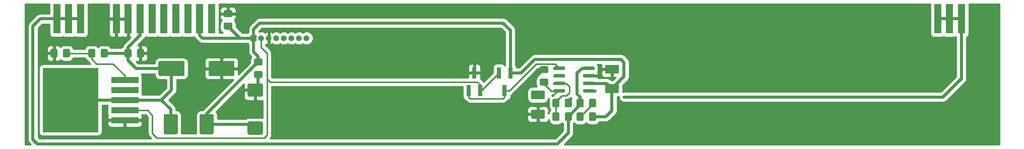
<source format=gbr>
%TF.GenerationSoftware,KiCad,Pcbnew,(5.1.8)-1*%
%TF.CreationDate,2021-02-16T03:44:48+08:00*%
%TF.ProjectId,VFD,5646442e-6b69-4636-9164-5f7063625858,rev?*%
%TF.SameCoordinates,Original*%
%TF.FileFunction,Copper,L1,Top*%
%TF.FilePolarity,Positive*%
%FSLAX46Y46*%
G04 Gerber Fmt 4.6, Leading zero omitted, Abs format (unit mm)*
G04 Created by KiCad (PCBNEW (5.1.8)-1) date 2021-02-16 03:44:48*
%MOMM*%
%LPD*%
G01*
G04 APERTURE LIST*
%TA.AperFunction,SMDPad,CuDef*%
%ADD10R,1.270000X5.000000*%
%TD*%
%TA.AperFunction,SMDPad,CuDef*%
%ADD11R,9.400000X10.800000*%
%TD*%
%TA.AperFunction,SMDPad,CuDef*%
%ADD12R,4.600000X1.100000*%
%TD*%
%TA.AperFunction,SMDPad,CuDef*%
%ADD13R,0.800000X1.900000*%
%TD*%
%TA.AperFunction,ComponentPad*%
%ADD14O,1.000000X1.000000*%
%TD*%
%TA.AperFunction,ComponentPad*%
%ADD15R,1.000000X1.000000*%
%TD*%
%TA.AperFunction,ViaPad*%
%ADD16C,0.500000*%
%TD*%
%TA.AperFunction,Conductor*%
%ADD17C,0.508000*%
%TD*%
%TA.AperFunction,Conductor*%
%ADD18C,0.254000*%
%TD*%
%TA.AperFunction,Conductor*%
%ADD19C,0.100000*%
%TD*%
G04 APERTURE END LIST*
D10*
%TO.P,U3,10*%
%TO.N,Net-(J1-Pad4)*%
X105660000Y-95850000D03*
%TO.P,U3,9*%
%TO.N,+5V*%
X103660000Y-95850000D03*
%TO.P,U3,8*%
%TO.N,Net-(J1-Pad5)*%
X101660000Y-95850000D03*
%TO.P,U3,7*%
%TO.N,Net-(J1-Pad6)*%
X99660000Y-95850000D03*
%TO.P,U3,6*%
%TO.N,Net-(J1-Pad7)*%
X97660000Y-95850000D03*
%TO.P,U3,5*%
%TO.N,Net-(J1-Pad8)*%
X95660000Y-95850000D03*
%TO.P,U3,4*%
%TO.N,Vdrive*%
X93660000Y-95850000D03*
%TO.P,U3,3*%
%TO.N,GND*%
X91660000Y-95850000D03*
%TO.P,U3,11*%
%TO.N,/F2*%
X231660000Y-95850000D03*
X229660000Y-95850000D03*
X227660000Y-95850000D03*
%TO.P,U3,2*%
%TO.N,GND*%
X89660000Y-95850000D03*
%TO.P,U3,1*%
%TO.N,/F1*%
X83660000Y-95850000D03*
X81660000Y-95850000D03*
X79660000Y-95850000D03*
%TD*%
%TO.P,U2,8*%
%TO.N,/F1*%
%TA.AperFunction,SMDPad,CuDef*%
G36*
G01*
X168056000Y-104315000D02*
X168056000Y-104015000D01*
G75*
G02*
X168206000Y-103865000I150000J0D01*
G01*
X169856000Y-103865000D01*
G75*
G02*
X170006000Y-104015000I0J-150000D01*
G01*
X170006000Y-104315000D01*
G75*
G02*
X169856000Y-104465000I-150000J0D01*
G01*
X168206000Y-104465000D01*
G75*
G02*
X168056000Y-104315000I0J150000D01*
G01*
G37*
%TD.AperFunction*%
%TO.P,U2,7*%
%TO.N,GND*%
%TA.AperFunction,SMDPad,CuDef*%
G36*
G01*
X168056000Y-105585000D02*
X168056000Y-105285000D01*
G75*
G02*
X168206000Y-105135000I150000J0D01*
G01*
X169856000Y-105135000D01*
G75*
G02*
X170006000Y-105285000I0J-150000D01*
G01*
X170006000Y-105585000D01*
G75*
G02*
X169856000Y-105735000I-150000J0D01*
G01*
X168206000Y-105735000D01*
G75*
G02*
X168056000Y-105585000I0J150000D01*
G01*
G37*
%TD.AperFunction*%
%TO.P,U2,6*%
%TO.N,+5V*%
%TA.AperFunction,SMDPad,CuDef*%
G36*
G01*
X168056000Y-106855000D02*
X168056000Y-106555000D01*
G75*
G02*
X168206000Y-106405000I150000J0D01*
G01*
X169856000Y-106405000D01*
G75*
G02*
X170006000Y-106555000I0J-150000D01*
G01*
X170006000Y-106855000D01*
G75*
G02*
X169856000Y-107005000I-150000J0D01*
G01*
X168206000Y-107005000D01*
G75*
G02*
X168056000Y-106855000I0J150000D01*
G01*
G37*
%TD.AperFunction*%
%TO.P,U2,5*%
%TO.N,/F2*%
%TA.AperFunction,SMDPad,CuDef*%
G36*
G01*
X168056000Y-108125000D02*
X168056000Y-107825000D01*
G75*
G02*
X168206000Y-107675000I150000J0D01*
G01*
X169856000Y-107675000D01*
G75*
G02*
X170006000Y-107825000I0J-150000D01*
G01*
X170006000Y-108125000D01*
G75*
G02*
X169856000Y-108275000I-150000J0D01*
G01*
X168206000Y-108275000D01*
G75*
G02*
X168056000Y-108125000I0J150000D01*
G01*
G37*
%TD.AperFunction*%
%TO.P,U2,4*%
%TO.N,Net-(R1-Pad2)*%
%TA.AperFunction,SMDPad,CuDef*%
G36*
G01*
X163106000Y-108125000D02*
X163106000Y-107825000D01*
G75*
G02*
X163256000Y-107675000I150000J0D01*
G01*
X164906000Y-107675000D01*
G75*
G02*
X165056000Y-107825000I0J-150000D01*
G01*
X165056000Y-108125000D01*
G75*
G02*
X164906000Y-108275000I-150000J0D01*
G01*
X163256000Y-108275000D01*
G75*
G02*
X163106000Y-108125000I0J150000D01*
G01*
G37*
%TD.AperFunction*%
%TO.P,U2,3*%
%TO.N,Net-(C2-Pad1)*%
%TA.AperFunction,SMDPad,CuDef*%
G36*
G01*
X163106000Y-106855000D02*
X163106000Y-106555000D01*
G75*
G02*
X163256000Y-106405000I150000J0D01*
G01*
X164906000Y-106405000D01*
G75*
G02*
X165056000Y-106555000I0J-150000D01*
G01*
X165056000Y-106855000D01*
G75*
G02*
X164906000Y-107005000I-150000J0D01*
G01*
X163256000Y-107005000D01*
G75*
G02*
X163106000Y-106855000I0J150000D01*
G01*
G37*
%TD.AperFunction*%
%TO.P,U2,2*%
%TO.N,Net-(C4-Pad1)*%
%TA.AperFunction,SMDPad,CuDef*%
G36*
G01*
X163106000Y-105585000D02*
X163106000Y-105285000D01*
G75*
G02*
X163256000Y-105135000I150000J0D01*
G01*
X164906000Y-105135000D01*
G75*
G02*
X165056000Y-105285000I0J-150000D01*
G01*
X165056000Y-105585000D01*
G75*
G02*
X164906000Y-105735000I-150000J0D01*
G01*
X163256000Y-105735000D01*
G75*
G02*
X163106000Y-105585000I0J150000D01*
G01*
G37*
%TD.AperFunction*%
%TO.P,U2,1*%
%TO.N,Net-(Q1-Pad1)*%
%TA.AperFunction,SMDPad,CuDef*%
G36*
G01*
X163106000Y-104315000D02*
X163106000Y-104015000D01*
G75*
G02*
X163256000Y-103865000I150000J0D01*
G01*
X164906000Y-103865000D01*
G75*
G02*
X165056000Y-104015000I0J-150000D01*
G01*
X165056000Y-104315000D01*
G75*
G02*
X164906000Y-104465000I-150000J0D01*
G01*
X163256000Y-104465000D01*
G75*
G02*
X163106000Y-104315000I0J150000D01*
G01*
G37*
%TD.AperFunction*%
%TD*%
D11*
%TO.P,U1,3*%
%TO.N,Vdrive*%
X81939000Y-109510000D03*
D12*
%TO.P,U1,5*%
%TO.N,Net-(R5-Pad2)*%
X91089000Y-106110000D03*
%TO.P,U1,4*%
%TO.N,+5V*%
X91089000Y-107810000D03*
%TO.P,U1,3*%
%TO.N,Vdrive*%
X91089000Y-109510000D03*
%TO.P,U1,2*%
%TO.N,EN*%
X91089000Y-111210000D03*
%TO.P,U1,1*%
%TO.N,GND*%
X91089000Y-112910000D03*
%TD*%
%TO.P,R6,2*%
%TO.N,GND*%
%TA.AperFunction,SMDPad,CuDef*%
G36*
G01*
X79784000Y-101161000D02*
X79784000Y-102111000D01*
G75*
G02*
X79534000Y-102361000I-250000J0D01*
G01*
X78859000Y-102361000D01*
G75*
G02*
X78609000Y-102111000I0J250000D01*
G01*
X78609000Y-101161000D01*
G75*
G02*
X78859000Y-100911000I250000J0D01*
G01*
X79534000Y-100911000D01*
G75*
G02*
X79784000Y-101161000I0J-250000D01*
G01*
G37*
%TD.AperFunction*%
%TO.P,R6,1*%
%TO.N,Net-(R5-Pad2)*%
%TA.AperFunction,SMDPad,CuDef*%
G36*
G01*
X81859000Y-101161000D02*
X81859000Y-102111000D01*
G75*
G02*
X81609000Y-102361000I-250000J0D01*
G01*
X80934000Y-102361000D01*
G75*
G02*
X80684000Y-102111000I0J250000D01*
G01*
X80684000Y-101161000D01*
G75*
G02*
X80934000Y-100911000I250000J0D01*
G01*
X81609000Y-100911000D01*
G75*
G02*
X81859000Y-101161000I0J-250000D01*
G01*
G37*
%TD.AperFunction*%
%TD*%
%TO.P,R5,2*%
%TO.N,Net-(R5-Pad2)*%
%TA.AperFunction,SMDPad,CuDef*%
G36*
G01*
X86134000Y-101161000D02*
X86134000Y-102111000D01*
G75*
G02*
X85884000Y-102361000I-250000J0D01*
G01*
X85209000Y-102361000D01*
G75*
G02*
X84959000Y-102111000I0J250000D01*
G01*
X84959000Y-101161000D01*
G75*
G02*
X85209000Y-100911000I250000J0D01*
G01*
X85884000Y-100911000D01*
G75*
G02*
X86134000Y-101161000I0J-250000D01*
G01*
G37*
%TD.AperFunction*%
%TO.P,R5,1*%
%TO.N,Vdrive*%
%TA.AperFunction,SMDPad,CuDef*%
G36*
G01*
X88209000Y-101161000D02*
X88209000Y-102111000D01*
G75*
G02*
X87959000Y-102361000I-250000J0D01*
G01*
X87284000Y-102361000D01*
G75*
G02*
X87034000Y-102111000I0J250000D01*
G01*
X87034000Y-101161000D01*
G75*
G02*
X87284000Y-100911000I250000J0D01*
G01*
X87959000Y-100911000D01*
G75*
G02*
X88209000Y-101161000I0J-250000D01*
G01*
G37*
%TD.AperFunction*%
%TD*%
%TO.P,R4,2*%
%TO.N,/F1*%
%TA.AperFunction,SMDPad,CuDef*%
G36*
G01*
X165012000Y-112779000D02*
X165012000Y-111829000D01*
G75*
G02*
X165262000Y-111579000I250000J0D01*
G01*
X165937000Y-111579000D01*
G75*
G02*
X166187000Y-111829000I0J-250000D01*
G01*
X166187000Y-112779000D01*
G75*
G02*
X165937000Y-113029000I-250000J0D01*
G01*
X165262000Y-113029000D01*
G75*
G02*
X165012000Y-112779000I0J250000D01*
G01*
G37*
%TD.AperFunction*%
%TO.P,R4,1*%
%TO.N,Net-(C2-Pad1)*%
%TA.AperFunction,SMDPad,CuDef*%
G36*
G01*
X162937000Y-112779000D02*
X162937000Y-111829000D01*
G75*
G02*
X163187000Y-111579000I250000J0D01*
G01*
X163862000Y-111579000D01*
G75*
G02*
X164112000Y-111829000I0J-250000D01*
G01*
X164112000Y-112779000D01*
G75*
G02*
X163862000Y-113029000I-250000J0D01*
G01*
X163187000Y-113029000D01*
G75*
G02*
X162937000Y-112779000I0J250000D01*
G01*
G37*
%TD.AperFunction*%
%TD*%
%TO.P,R3,2*%
%TO.N,Net-(R1-Pad2)*%
%TA.AperFunction,SMDPad,CuDef*%
G36*
G01*
X169076000Y-110493000D02*
X169076000Y-109543000D01*
G75*
G02*
X169326000Y-109293000I250000J0D01*
G01*
X170001000Y-109293000D01*
G75*
G02*
X170251000Y-109543000I0J-250000D01*
G01*
X170251000Y-110493000D01*
G75*
G02*
X170001000Y-110743000I-250000J0D01*
G01*
X169326000Y-110743000D01*
G75*
G02*
X169076000Y-110493000I0J250000D01*
G01*
G37*
%TD.AperFunction*%
%TO.P,R3,1*%
%TO.N,/F1*%
%TA.AperFunction,SMDPad,CuDef*%
G36*
G01*
X167001000Y-110493000D02*
X167001000Y-109543000D01*
G75*
G02*
X167251000Y-109293000I250000J0D01*
G01*
X167926000Y-109293000D01*
G75*
G02*
X168176000Y-109543000I0J-250000D01*
G01*
X168176000Y-110493000D01*
G75*
G02*
X167926000Y-110743000I-250000J0D01*
G01*
X167251000Y-110743000D01*
G75*
G02*
X167001000Y-110493000I0J250000D01*
G01*
G37*
%TD.AperFunction*%
%TD*%
%TO.P,R2,2*%
%TO.N,Net-(R1-Pad2)*%
%TA.AperFunction,SMDPad,CuDef*%
G36*
G01*
X161039000Y-105896000D02*
X161989000Y-105896000D01*
G75*
G02*
X162239000Y-106146000I0J-250000D01*
G01*
X162239000Y-106821000D01*
G75*
G02*
X161989000Y-107071000I-250000J0D01*
G01*
X161039000Y-107071000D01*
G75*
G02*
X160789000Y-106821000I0J250000D01*
G01*
X160789000Y-106146000D01*
G75*
G02*
X161039000Y-105896000I250000J0D01*
G01*
G37*
%TD.AperFunction*%
%TO.P,R2,1*%
%TO.N,GND*%
%TA.AperFunction,SMDPad,CuDef*%
G36*
G01*
X161039000Y-103821000D02*
X161989000Y-103821000D01*
G75*
G02*
X162239000Y-104071000I0J-250000D01*
G01*
X162239000Y-104746000D01*
G75*
G02*
X161989000Y-104996000I-250000J0D01*
G01*
X161039000Y-104996000D01*
G75*
G02*
X160789000Y-104746000I0J250000D01*
G01*
X160789000Y-104071000D01*
G75*
G02*
X161039000Y-103821000I250000J0D01*
G01*
G37*
%TD.AperFunction*%
%TD*%
%TO.P,R1,2*%
%TO.N,Net-(R1-Pad2)*%
%TA.AperFunction,SMDPad,CuDef*%
G36*
G01*
X168176000Y-111829000D02*
X168176000Y-112779000D01*
G75*
G02*
X167926000Y-113029000I-250000J0D01*
G01*
X167251000Y-113029000D01*
G75*
G02*
X167001000Y-112779000I0J250000D01*
G01*
X167001000Y-111829000D01*
G75*
G02*
X167251000Y-111579000I250000J0D01*
G01*
X167926000Y-111579000D01*
G75*
G02*
X168176000Y-111829000I0J-250000D01*
G01*
G37*
%TD.AperFunction*%
%TO.P,R1,1*%
%TO.N,+5V*%
%TA.AperFunction,SMDPad,CuDef*%
G36*
G01*
X170251000Y-111829000D02*
X170251000Y-112779000D01*
G75*
G02*
X170001000Y-113029000I-250000J0D01*
G01*
X169326000Y-113029000D01*
G75*
G02*
X169076000Y-112779000I0J250000D01*
G01*
X169076000Y-111829000D01*
G75*
G02*
X169326000Y-111579000I250000J0D01*
G01*
X170001000Y-111579000D01*
G75*
G02*
X170251000Y-111829000I0J-250000D01*
G01*
G37*
%TD.AperFunction*%
%TD*%
D13*
%TO.P,Q2,3*%
%TO.N,Net-(Q1-Pad1)*%
X154910000Y-107962000D03*
%TO.P,Q2,2*%
%TO.N,EN*%
X153960000Y-104962000D03*
%TO.P,Q2,1*%
%TO.N,+5V*%
X155860000Y-104962000D03*
%TD*%
%TO.P,Q1,3*%
%TO.N,GND*%
X149830000Y-104962000D03*
%TO.P,Q1,2*%
%TO.N,EN*%
X150780000Y-107962000D03*
%TO.P,Q1,1*%
%TO.N,Net-(Q1-Pad1)*%
X148880000Y-107962000D03*
%TD*%
%TO.P,L1,2*%
%TO.N,Vdrive*%
%TA.AperFunction,SMDPad,CuDef*%
G36*
G01*
X99974000Y-112109000D02*
X99974000Y-115039000D01*
G75*
G02*
X99739000Y-115274000I-235000J0D01*
G01*
X97859000Y-115274000D01*
G75*
G02*
X97624000Y-115039000I0J235000D01*
G01*
X97624000Y-112109000D01*
G75*
G02*
X97859000Y-111874000I235000J0D01*
G01*
X99739000Y-111874000D01*
G75*
G02*
X99974000Y-112109000I0J-235000D01*
G01*
G37*
%TD.AperFunction*%
%TO.P,L1,1*%
%TO.N,+5V*%
%TA.AperFunction,SMDPad,CuDef*%
G36*
G01*
X106024000Y-112109000D02*
X106024000Y-115039000D01*
G75*
G02*
X105789000Y-115274000I-235000J0D01*
G01*
X103909000Y-115274000D01*
G75*
G02*
X103674000Y-115039000I0J235000D01*
G01*
X103674000Y-112109000D01*
G75*
G02*
X103909000Y-111874000I235000J0D01*
G01*
X105789000Y-111874000D01*
G75*
G02*
X106024000Y-112109000I0J-235000D01*
G01*
G37*
%TD.AperFunction*%
%TD*%
D14*
%TO.P,J1,8*%
%TO.N,Net-(J1-Pad8)*%
X121636000Y-99096000D03*
%TO.P,J1,7*%
%TO.N,Net-(J1-Pad7)*%
X120366000Y-99096000D03*
%TO.P,J1,6*%
%TO.N,Net-(J1-Pad6)*%
X119096000Y-99096000D03*
%TO.P,J1,5*%
%TO.N,Net-(J1-Pad5)*%
X117826000Y-99096000D03*
%TO.P,J1,4*%
%TO.N,Net-(J1-Pad4)*%
X116556000Y-99096000D03*
%TO.P,J1,3*%
%TO.N,GND*%
X115286000Y-99096000D03*
%TO.P,J1,2*%
%TO.N,EN*%
X114016000Y-99096000D03*
D15*
%TO.P,J1,1*%
%TO.N,+5V*%
X112746000Y-99096000D03*
%TD*%
%TO.P,C8,2*%
%TO.N,GND*%
%TA.AperFunction,SMDPad,CuDef*%
G36*
G01*
X108903000Y-95576500D02*
X107953000Y-95576500D01*
G75*
G02*
X107703000Y-95326500I0J250000D01*
G01*
X107703000Y-94651500D01*
G75*
G02*
X107953000Y-94401500I250000J0D01*
G01*
X108903000Y-94401500D01*
G75*
G02*
X109153000Y-94651500I0J-250000D01*
G01*
X109153000Y-95326500D01*
G75*
G02*
X108903000Y-95576500I-250000J0D01*
G01*
G37*
%TD.AperFunction*%
%TO.P,C8,1*%
%TO.N,+5V*%
%TA.AperFunction,SMDPad,CuDef*%
G36*
G01*
X108903000Y-97651500D02*
X107953000Y-97651500D01*
G75*
G02*
X107703000Y-97401500I0J250000D01*
G01*
X107703000Y-96726500D01*
G75*
G02*
X107953000Y-96476500I250000J0D01*
G01*
X108903000Y-96476500D01*
G75*
G02*
X109153000Y-96726500I0J-250000D01*
G01*
X109153000Y-97401500D01*
G75*
G02*
X108903000Y-97651500I-250000J0D01*
G01*
G37*
%TD.AperFunction*%
%TD*%
%TO.P,C7,2*%
%TO.N,GND*%
%TA.AperFunction,SMDPad,CuDef*%
G36*
G01*
X105130000Y-105210000D02*
X105130000Y-103210000D01*
G75*
G02*
X105380000Y-102960000I250000J0D01*
G01*
X109280000Y-102960000D01*
G75*
G02*
X109530000Y-103210000I0J-250000D01*
G01*
X109530000Y-105210000D01*
G75*
G02*
X109280000Y-105460000I-250000J0D01*
G01*
X105380000Y-105460000D01*
G75*
G02*
X105130000Y-105210000I0J250000D01*
G01*
G37*
%TD.AperFunction*%
%TO.P,C7,1*%
%TO.N,Vdrive*%
%TA.AperFunction,SMDPad,CuDef*%
G36*
G01*
X96730000Y-105210000D02*
X96730000Y-103210000D01*
G75*
G02*
X96980000Y-102960000I250000J0D01*
G01*
X100880000Y-102960000D01*
G75*
G02*
X101130000Y-103210000I0J-250000D01*
G01*
X101130000Y-105210000D01*
G75*
G02*
X100880000Y-105460000I-250000J0D01*
G01*
X96980000Y-105460000D01*
G75*
G02*
X96730000Y-105210000I0J250000D01*
G01*
G37*
%TD.AperFunction*%
%TD*%
%TO.P,C6,2*%
%TO.N,GND*%
%TA.AperFunction,SMDPad,CuDef*%
G36*
G01*
X93130000Y-102111000D02*
X93130000Y-101161000D01*
G75*
G02*
X93380000Y-100911000I250000J0D01*
G01*
X94055000Y-100911000D01*
G75*
G02*
X94305000Y-101161000I0J-250000D01*
G01*
X94305000Y-102111000D01*
G75*
G02*
X94055000Y-102361000I-250000J0D01*
G01*
X93380000Y-102361000D01*
G75*
G02*
X93130000Y-102111000I0J250000D01*
G01*
G37*
%TD.AperFunction*%
%TO.P,C6,1*%
%TO.N,Vdrive*%
%TA.AperFunction,SMDPad,CuDef*%
G36*
G01*
X91055000Y-102111000D02*
X91055000Y-101161000D01*
G75*
G02*
X91305000Y-100911000I250000J0D01*
G01*
X91980000Y-100911000D01*
G75*
G02*
X92230000Y-101161000I0J-250000D01*
G01*
X92230000Y-102111000D01*
G75*
G02*
X91980000Y-102361000I-250000J0D01*
G01*
X91305000Y-102361000D01*
G75*
G02*
X91055000Y-102111000I0J250000D01*
G01*
G37*
%TD.AperFunction*%
%TD*%
%TO.P,C5,2*%
%TO.N,GND*%
%TA.AperFunction,SMDPad,CuDef*%
G36*
G01*
X173869000Y-105079000D02*
X172019000Y-105079000D01*
G75*
G02*
X171769000Y-104829000I0J250000D01*
G01*
X171769000Y-103829000D01*
G75*
G02*
X172019000Y-103579000I250000J0D01*
G01*
X173869000Y-103579000D01*
G75*
G02*
X174119000Y-103829000I0J-250000D01*
G01*
X174119000Y-104829000D01*
G75*
G02*
X173869000Y-105079000I-250000J0D01*
G01*
G37*
%TD.AperFunction*%
%TO.P,C5,1*%
%TO.N,+5V*%
%TA.AperFunction,SMDPad,CuDef*%
G36*
G01*
X173869000Y-108329000D02*
X172019000Y-108329000D01*
G75*
G02*
X171769000Y-108079000I0J250000D01*
G01*
X171769000Y-107079000D01*
G75*
G02*
X172019000Y-106829000I250000J0D01*
G01*
X173869000Y-106829000D01*
G75*
G02*
X174119000Y-107079000I0J-250000D01*
G01*
X174119000Y-108079000D01*
G75*
G02*
X173869000Y-108329000I-250000J0D01*
G01*
G37*
%TD.AperFunction*%
%TD*%
%TO.P,C4,2*%
%TO.N,GND*%
%TA.AperFunction,SMDPad,CuDef*%
G36*
G01*
X159573000Y-111147000D02*
X161423000Y-111147000D01*
G75*
G02*
X161673000Y-111397000I0J-250000D01*
G01*
X161673000Y-112397000D01*
G75*
G02*
X161423000Y-112647000I-250000J0D01*
G01*
X159573000Y-112647000D01*
G75*
G02*
X159323000Y-112397000I0J250000D01*
G01*
X159323000Y-111397000D01*
G75*
G02*
X159573000Y-111147000I250000J0D01*
G01*
G37*
%TD.AperFunction*%
%TO.P,C4,1*%
%TO.N,Net-(C4-Pad1)*%
%TA.AperFunction,SMDPad,CuDef*%
G36*
G01*
X159573000Y-107897000D02*
X161423000Y-107897000D01*
G75*
G02*
X161673000Y-108147000I0J-250000D01*
G01*
X161673000Y-109147000D01*
G75*
G02*
X161423000Y-109397000I-250000J0D01*
G01*
X159573000Y-109397000D01*
G75*
G02*
X159323000Y-109147000I0J250000D01*
G01*
X159323000Y-108147000D01*
G75*
G02*
X159573000Y-107897000I250000J0D01*
G01*
G37*
%TD.AperFunction*%
%TD*%
%TO.P,C3,2*%
%TO.N,GND*%
%TA.AperFunction,SMDPad,CuDef*%
G36*
G01*
X113033000Y-104626000D02*
X113983000Y-104626000D01*
G75*
G02*
X114233000Y-104876000I0J-250000D01*
G01*
X114233000Y-105551000D01*
G75*
G02*
X113983000Y-105801000I-250000J0D01*
G01*
X113033000Y-105801000D01*
G75*
G02*
X112783000Y-105551000I0J250000D01*
G01*
X112783000Y-104876000D01*
G75*
G02*
X113033000Y-104626000I250000J0D01*
G01*
G37*
%TD.AperFunction*%
%TO.P,C3,1*%
%TO.N,+5V*%
%TA.AperFunction,SMDPad,CuDef*%
G36*
G01*
X113033000Y-102551000D02*
X113983000Y-102551000D01*
G75*
G02*
X114233000Y-102801000I0J-250000D01*
G01*
X114233000Y-103476000D01*
G75*
G02*
X113983000Y-103726000I-250000J0D01*
G01*
X113033000Y-103726000D01*
G75*
G02*
X112783000Y-103476000I0J250000D01*
G01*
X112783000Y-102801000D01*
G75*
G02*
X113033000Y-102551000I250000J0D01*
G01*
G37*
%TD.AperFunction*%
%TD*%
%TO.P,C2,2*%
%TO.N,GND*%
%TA.AperFunction,SMDPad,CuDef*%
G36*
G01*
X165012000Y-110493000D02*
X165012000Y-109543000D01*
G75*
G02*
X165262000Y-109293000I250000J0D01*
G01*
X165937000Y-109293000D01*
G75*
G02*
X166187000Y-109543000I0J-250000D01*
G01*
X166187000Y-110493000D01*
G75*
G02*
X165937000Y-110743000I-250000J0D01*
G01*
X165262000Y-110743000D01*
G75*
G02*
X165012000Y-110493000I0J250000D01*
G01*
G37*
%TD.AperFunction*%
%TO.P,C2,1*%
%TO.N,Net-(C2-Pad1)*%
%TA.AperFunction,SMDPad,CuDef*%
G36*
G01*
X162937000Y-110493000D02*
X162937000Y-109543000D01*
G75*
G02*
X163187000Y-109293000I250000J0D01*
G01*
X163862000Y-109293000D01*
G75*
G02*
X164112000Y-109543000I0J-250000D01*
G01*
X164112000Y-110493000D01*
G75*
G02*
X163862000Y-110743000I-250000J0D01*
G01*
X163187000Y-110743000D01*
G75*
G02*
X162937000Y-110493000I0J250000D01*
G01*
G37*
%TD.AperFunction*%
%TD*%
%TO.P,C1,2*%
%TO.N,GND*%
%TA.AperFunction,SMDPad,CuDef*%
G36*
G01*
X114025001Y-108959000D02*
X111974999Y-108959000D01*
G75*
G02*
X111725000Y-108709001I0J249999D01*
G01*
X111725000Y-106958999D01*
G75*
G02*
X111974999Y-106709000I249999J0D01*
G01*
X114025001Y-106709000D01*
G75*
G02*
X114275000Y-106958999I0J-249999D01*
G01*
X114275000Y-108709001D01*
G75*
G02*
X114025001Y-108959000I-249999J0D01*
G01*
G37*
%TD.AperFunction*%
%TO.P,C1,1*%
%TO.N,+5V*%
%TA.AperFunction,SMDPad,CuDef*%
G36*
G01*
X114025001Y-115359000D02*
X111974999Y-115359000D01*
G75*
G02*
X111725000Y-115109001I0J249999D01*
G01*
X111725000Y-113358999D01*
G75*
G02*
X111974999Y-113109000I249999J0D01*
G01*
X114025001Y-113109000D01*
G75*
G02*
X114275000Y-113358999I0J-249999D01*
G01*
X114275000Y-115109001D01*
G75*
G02*
X114025001Y-115359000I-249999J0D01*
G01*
G37*
%TD.AperFunction*%
%TD*%
D16*
%TO.N,GND*%
X237594000Y-93730000D03*
X237594000Y-94730000D03*
X237594000Y-95730000D03*
X237594000Y-96730000D03*
X237594000Y-97730000D03*
X237594000Y-98730000D03*
X237594000Y-99730000D03*
X237594000Y-100730000D03*
X237594000Y-101730000D03*
X237594000Y-102730000D03*
X237594000Y-103730000D03*
X237594000Y-104730000D03*
X237594000Y-105730000D03*
X237594000Y-106730000D03*
X237594000Y-107730000D03*
X237594000Y-108730000D03*
X237594000Y-109730000D03*
X237594000Y-110730000D03*
X237594000Y-111730000D03*
X237594000Y-112730000D03*
X237594000Y-113730000D03*
X237594000Y-114730000D03*
X237594000Y-115730000D03*
X74646000Y-93762000D03*
X74646000Y-94762000D03*
X74646000Y-95762000D03*
X74646000Y-96762000D03*
X74646000Y-97762000D03*
X74646000Y-98762000D03*
X74646000Y-99762000D03*
X74646000Y-100762000D03*
X74646000Y-101762000D03*
X74646000Y-102762000D03*
X74646000Y-103762000D03*
X74646000Y-104762000D03*
X74646000Y-105762000D03*
X74646000Y-106762000D03*
X74646000Y-107762000D03*
X74646000Y-108762000D03*
X74646000Y-109762000D03*
X74646000Y-110762000D03*
X74646000Y-111762000D03*
X74646000Y-112762000D03*
X74646000Y-113762000D03*
X74646000Y-114762000D03*
X74646000Y-115762000D03*
X74646000Y-116762000D03*
X86584000Y-96048000D03*
X99538000Y-100874000D03*
X109698000Y-110526000D03*
X95474000Y-105954000D03*
X134336000Y-112304000D03*
X170912000Y-104176000D03*
X166086000Y-109256000D03*
X110650000Y-97150000D03*
X237594000Y-116622000D03*
%TO.N,+5V*%
X91089000Y-107810000D03*
X104849000Y-113574000D03*
%TO.N,Net-(C4-Pad1)*%
X160498000Y-108647000D03*
X164081000Y-105435000D03*
%TO.N,Net-(J1-Pad8)*%
X95660000Y-95850000D03*
%TO.N,Net-(J1-Pad7)*%
X97660000Y-95850000D03*
%TO.N,Net-(J1-Pad6)*%
X99660000Y-95860000D03*
%TO.N,Net-(J1-Pad5)*%
X101650000Y-95850000D03*
%TO.N,Net-(J1-Pad4)*%
X105670000Y-95850000D03*
%TO.N,Net-(R1-Pad2)*%
X163038000Y-108748000D03*
X167588500Y-112304000D03*
%TO.N,/F2*%
X174976000Y-109002000D03*
X170139000Y-107975000D03*
%TD*%
D17*
%TO.N,GND*%
X113508000Y-107326000D02*
X113000000Y-107834000D01*
X113508000Y-105213500D02*
X113508000Y-107326000D01*
X165599500Y-109742500D02*
X166086000Y-109256000D01*
X165599500Y-110018000D02*
X165599500Y-109742500D01*
X161514000Y-104408500D02*
X160519500Y-104408500D01*
X160519500Y-104408500D02*
X160244000Y-104684000D01*
X161514000Y-104408500D02*
X161027500Y-104408500D01*
X161027500Y-104408500D02*
X159990000Y-105446000D01*
X161514000Y-104408500D02*
X161361500Y-104408500D01*
X161361500Y-104408500D02*
X160060000Y-105710000D01*
%TO.N,+5V*%
X104849000Y-113574000D02*
X104849000Y-111797500D01*
X113508000Y-103138500D02*
X113508000Y-102144000D01*
X112746000Y-101382000D02*
X112746000Y-99096000D01*
X113508000Y-102144000D02*
X112746000Y-101382000D01*
X110460000Y-99096000D02*
X108428000Y-97064000D01*
X103660000Y-95850000D02*
X103660000Y-98646000D01*
X104110000Y-99096000D02*
X111984000Y-99096000D01*
X103660000Y-98646000D02*
X104110000Y-99096000D01*
X111984000Y-99096000D02*
X110460000Y-99096000D01*
X112746000Y-99096000D02*
X111984000Y-99096000D01*
X172070000Y-106705000D02*
X172944000Y-107579000D01*
X169031000Y-106705000D02*
X172070000Y-106705000D01*
X172944000Y-111288000D02*
X172944000Y-107579000D01*
X171928000Y-112304000D02*
X172944000Y-111288000D01*
X169663500Y-112304000D02*
X171928000Y-112304000D01*
X112340000Y-113574000D02*
X113000000Y-114234000D01*
X104849000Y-113574000D02*
X112340000Y-113574000D01*
X104849000Y-111797500D02*
X113508000Y-103138500D01*
X155860000Y-104962000D02*
X157680000Y-104962000D01*
X157680000Y-104962000D02*
X159990000Y-102652000D01*
X159990000Y-102652000D02*
X174468000Y-102652000D01*
X174468000Y-102652000D02*
X174976000Y-103160000D01*
X174976000Y-105547000D02*
X172944000Y-107579000D01*
X174976000Y-103160000D02*
X174976000Y-105547000D01*
X112746000Y-99096000D02*
X112746000Y-97572000D01*
X112746000Y-97572000D02*
X113762000Y-96556000D01*
X113762000Y-96556000D02*
X154656000Y-96556000D01*
X155860000Y-97760000D02*
X155860000Y-104962000D01*
X154656000Y-96556000D02*
X155860000Y-97760000D01*
D18*
%TO.N,Net-(C2-Pad1)*%
X163524500Y-112304000D02*
X163524500Y-110018000D01*
X163524500Y-110018000D02*
X163524500Y-109785500D01*
X163524500Y-109785500D02*
X164562000Y-108748000D01*
X164562000Y-108748000D02*
X165324000Y-108748000D01*
X165324000Y-108748000D02*
X165832000Y-108240000D01*
X165832000Y-108240000D02*
X165832000Y-107224000D01*
X165313000Y-106705000D02*
X164081000Y-106705000D01*
X165832000Y-107224000D02*
X165313000Y-106705000D01*
D17*
%TO.N,Vdrive*%
X81939000Y-109510000D02*
X91089000Y-109510000D01*
X91089000Y-109510000D02*
X97252000Y-109510000D01*
X98799000Y-111057000D02*
X98799000Y-113574000D01*
X97252000Y-109510000D02*
X98799000Y-111057000D01*
X98930000Y-107832000D02*
X97252000Y-109510000D01*
X98930000Y-104210000D02*
X98930000Y-107832000D01*
X98930000Y-104210000D02*
X92968000Y-104210000D01*
X91642500Y-102884500D02*
X91642500Y-101636000D01*
X92968000Y-104210000D02*
X91642500Y-102884500D01*
X87621500Y-101636000D02*
X91642500Y-101636000D01*
X93660000Y-98624000D02*
X93660000Y-95850000D01*
X91642500Y-100641500D02*
X93660000Y-98624000D01*
X91642500Y-101636000D02*
X91642500Y-100641500D01*
D18*
%TO.N,EN*%
X115032000Y-101636000D02*
X114016000Y-100620000D01*
X114524000Y-115860000D02*
X115032000Y-115352000D01*
X96490000Y-115860000D02*
X114524000Y-115860000D01*
X114016000Y-100620000D02*
X114016000Y-99096000D01*
X95728000Y-112050000D02*
X95728000Y-115098000D01*
X95728000Y-115098000D02*
X96490000Y-115860000D01*
X94888000Y-111210000D02*
X95728000Y-112050000D01*
X91089000Y-111210000D02*
X94888000Y-111210000D01*
X150960000Y-107962000D02*
X153960000Y-104962000D01*
X150780000Y-107962000D02*
X150960000Y-107962000D01*
X150780000Y-107962000D02*
X150780000Y-106904000D01*
X150780000Y-106904000D02*
X150338000Y-106462000D01*
X115540000Y-106462000D02*
X115032000Y-105954000D01*
X150338000Y-106462000D02*
X115540000Y-106462000D01*
X115032000Y-105954000D02*
X115032000Y-101636000D01*
X115032000Y-115352000D02*
X115032000Y-105954000D01*
%TO.N,Net-(Q1-Pad1)*%
X149068000Y-109256000D02*
X148880000Y-109068000D01*
X154656000Y-109256000D02*
X149068000Y-109256000D01*
X148880000Y-109068000D02*
X148880000Y-107962000D01*
X154910000Y-109002000D02*
X154656000Y-109256000D01*
X154910000Y-107962000D02*
X154910000Y-109002000D01*
X154910000Y-107962000D02*
X155696000Y-107962000D01*
X155696000Y-107962000D02*
X160244000Y-103414000D01*
X163330000Y-103414000D02*
X164081000Y-104165000D01*
X160244000Y-103414000D02*
X163330000Y-103414000D01*
%TO.N,Net-(R1-Pad2)*%
X161514000Y-106483500D02*
X161514000Y-106716000D01*
X162773000Y-107975000D02*
X164081000Y-107975000D01*
X161514000Y-106716000D02*
X162773000Y-107975000D01*
X163811000Y-107975000D02*
X164081000Y-107975000D01*
X163038000Y-108748000D02*
X163811000Y-107975000D01*
X169663500Y-110018000D02*
X169663500Y-110229000D01*
X169663500Y-110229000D02*
X167588500Y-112304000D01*
D17*
%TO.N,/F1*%
X167588500Y-110315000D02*
X165599500Y-112304000D01*
X167588500Y-110018000D02*
X167588500Y-110315000D01*
X167588500Y-110018000D02*
X167588500Y-108980500D01*
X167588500Y-108980500D02*
X167102000Y-108494000D01*
X167102000Y-108494000D02*
X167102000Y-104938000D01*
X167875000Y-104165000D02*
X169031000Y-104165000D01*
X167102000Y-104938000D02*
X167875000Y-104165000D01*
X76876000Y-95850000D02*
X83660000Y-95850000D01*
X75662000Y-97064000D02*
X76876000Y-95850000D01*
X75662000Y-116114000D02*
X75662000Y-97064000D01*
X76424000Y-116876000D02*
X75662000Y-116114000D01*
X163800000Y-116876000D02*
X76424000Y-116876000D01*
X165599500Y-115076500D02*
X163800000Y-116876000D01*
X165599500Y-112304000D02*
X165599500Y-115076500D01*
D18*
%TO.N,Net-(R5-Pad2)*%
X91089000Y-106110000D02*
X91089000Y-105379000D01*
X91089000Y-105379000D02*
X89124000Y-103414000D01*
X89124000Y-103414000D02*
X86330000Y-103414000D01*
X85546500Y-102630500D02*
X85546500Y-101636000D01*
X86330000Y-103414000D02*
X85546500Y-102630500D01*
X81271500Y-101636000D02*
X85546500Y-101636000D01*
D17*
%TO.N,/F2*%
X174976000Y-109002000D02*
X228570000Y-109002000D01*
X231660000Y-105912000D02*
X231660000Y-95850000D01*
X228570000Y-109002000D02*
X231660000Y-105912000D01*
X231660000Y-95850000D02*
X227660000Y-95850000D01*
X170139000Y-107975000D02*
X169031000Y-107975000D01*
%TD*%
D18*
%TO.N,GND*%
X78386928Y-94961000D02*
X76919659Y-94961000D01*
X76875999Y-94956700D01*
X76832339Y-94961000D01*
X76832333Y-94961000D01*
X76734924Y-94970594D01*
X76701724Y-94973864D01*
X76618829Y-94999010D01*
X76534149Y-95024697D01*
X76379709Y-95107247D01*
X76244341Y-95218341D01*
X76216501Y-95252264D01*
X75064260Y-96404505D01*
X75030342Y-96432341D01*
X75002507Y-96466258D01*
X75002505Y-96466260D01*
X74919248Y-96567709D01*
X74836698Y-96722148D01*
X74785864Y-96889726D01*
X74768700Y-97064000D01*
X74773001Y-97107670D01*
X74773000Y-116070340D01*
X74768700Y-116114000D01*
X74773000Y-116157660D01*
X74773000Y-116157666D01*
X74785864Y-116288273D01*
X74836697Y-116455850D01*
X74919247Y-116610290D01*
X75030341Y-116745659D01*
X75064263Y-116773499D01*
X75315765Y-117025000D01*
X74345000Y-117025000D01*
X74345000Y-93395000D01*
X78386928Y-93395000D01*
X78386928Y-94961000D01*
%TA.AperFunction,Conductor*%
D19*
G36*
X78386928Y-94961000D02*
G01*
X76919659Y-94961000D01*
X76875999Y-94956700D01*
X76832339Y-94961000D01*
X76832333Y-94961000D01*
X76734924Y-94970594D01*
X76701724Y-94973864D01*
X76618829Y-94999010D01*
X76534149Y-95024697D01*
X76379709Y-95107247D01*
X76244341Y-95218341D01*
X76216501Y-95252264D01*
X75064260Y-96404505D01*
X75030342Y-96432341D01*
X75002507Y-96466258D01*
X75002505Y-96466260D01*
X74919248Y-96567709D01*
X74836698Y-96722148D01*
X74785864Y-96889726D01*
X74768700Y-97064000D01*
X74773001Y-97107670D01*
X74773000Y-116070340D01*
X74768700Y-116114000D01*
X74773000Y-116157660D01*
X74773000Y-116157666D01*
X74785864Y-116288273D01*
X74836697Y-116455850D01*
X74919247Y-116610290D01*
X75030341Y-116745659D01*
X75064263Y-116773499D01*
X75315765Y-117025000D01*
X74345000Y-117025000D01*
X74345000Y-93395000D01*
X78386928Y-93395000D01*
X78386928Y-94961000D01*
G37*
%TD.AperFunction*%
D18*
X237975000Y-117025000D02*
X164908235Y-117025000D01*
X166197236Y-115735999D01*
X166231159Y-115708159D01*
X166342253Y-115572791D01*
X166424803Y-115418351D01*
X166466087Y-115282255D01*
X166475636Y-115250776D01*
X166485150Y-115154180D01*
X166488500Y-115120167D01*
X166488500Y-115120161D01*
X166492800Y-115076501D01*
X166488500Y-115032841D01*
X166488500Y-113469712D01*
X166564962Y-113406962D01*
X166594000Y-113371579D01*
X166623038Y-113406962D01*
X166757614Y-113517405D01*
X166911150Y-113599472D01*
X167077746Y-113650008D01*
X167251000Y-113667072D01*
X167926000Y-113667072D01*
X168099254Y-113650008D01*
X168265850Y-113599472D01*
X168419386Y-113517405D01*
X168553962Y-113406962D01*
X168626000Y-113319183D01*
X168698038Y-113406962D01*
X168832614Y-113517405D01*
X168986150Y-113599472D01*
X169152746Y-113650008D01*
X169326000Y-113667072D01*
X170001000Y-113667072D01*
X170174254Y-113650008D01*
X170340850Y-113599472D01*
X170494386Y-113517405D01*
X170628962Y-113406962D01*
X170739405Y-113272386D01*
X170781838Y-113193000D01*
X171884340Y-113193000D01*
X171928000Y-113197300D01*
X171971660Y-113193000D01*
X171971667Y-113193000D01*
X172102274Y-113180136D01*
X172269851Y-113129303D01*
X172424291Y-113046753D01*
X172559659Y-112935659D01*
X172587499Y-112901736D01*
X173541743Y-111947493D01*
X173575659Y-111919659D01*
X173686753Y-111784291D01*
X173769303Y-111629851D01*
X173811227Y-111491645D01*
X173820136Y-111462275D01*
X173829341Y-111368812D01*
X173833000Y-111331667D01*
X173833000Y-111331660D01*
X173837300Y-111288000D01*
X173833000Y-111244340D01*
X173833000Y-108967072D01*
X173869000Y-108967072D01*
X174042254Y-108950008D01*
X174089223Y-108935760D01*
X174082699Y-109002000D01*
X174091000Y-109086279D01*
X174091000Y-109089165D01*
X174091563Y-109091996D01*
X174099864Y-109176274D01*
X174124447Y-109257315D01*
X174125010Y-109260145D01*
X174126114Y-109262810D01*
X174150697Y-109343851D01*
X174190619Y-109418540D01*
X174191723Y-109421205D01*
X174193326Y-109423604D01*
X174233247Y-109498291D01*
X174286974Y-109563757D01*
X174288576Y-109566155D01*
X174290616Y-109568195D01*
X174344341Y-109633659D01*
X174409805Y-109687384D01*
X174411845Y-109689424D01*
X174414243Y-109691026D01*
X174479709Y-109744753D01*
X174554396Y-109784674D01*
X174556795Y-109786277D01*
X174559460Y-109787381D01*
X174634149Y-109827303D01*
X174715190Y-109851886D01*
X174717855Y-109852990D01*
X174720685Y-109853553D01*
X174801726Y-109878136D01*
X174886004Y-109886437D01*
X174888835Y-109887000D01*
X174891721Y-109887000D01*
X174932333Y-109891000D01*
X228526340Y-109891000D01*
X228570000Y-109895300D01*
X228613660Y-109891000D01*
X228613667Y-109891000D01*
X228744274Y-109878136D01*
X228911851Y-109827303D01*
X229066291Y-109744753D01*
X229201659Y-109633659D01*
X229229499Y-109599736D01*
X232257743Y-106571493D01*
X232291659Y-106543659D01*
X232326257Y-106501502D01*
X232390694Y-106422985D01*
X232402753Y-106408291D01*
X232485303Y-106253851D01*
X232533489Y-106095000D01*
X232536136Y-106086275D01*
X232539758Y-106049502D01*
X232549000Y-105955667D01*
X232549000Y-105955660D01*
X232553300Y-105912000D01*
X232549000Y-105868340D01*
X232549000Y-98934253D01*
X232649494Y-98880537D01*
X232746185Y-98801185D01*
X232825537Y-98704494D01*
X232884502Y-98594180D01*
X232920812Y-98474482D01*
X232933072Y-98350000D01*
X232933072Y-93395000D01*
X237975001Y-93395000D01*
X237975000Y-117025000D01*
%TA.AperFunction,Conductor*%
D19*
G36*
X237975000Y-117025000D02*
G01*
X164908235Y-117025000D01*
X166197236Y-115735999D01*
X166231159Y-115708159D01*
X166342253Y-115572791D01*
X166424803Y-115418351D01*
X166466087Y-115282255D01*
X166475636Y-115250776D01*
X166485150Y-115154180D01*
X166488500Y-115120167D01*
X166488500Y-115120161D01*
X166492800Y-115076501D01*
X166488500Y-115032841D01*
X166488500Y-113469712D01*
X166564962Y-113406962D01*
X166594000Y-113371579D01*
X166623038Y-113406962D01*
X166757614Y-113517405D01*
X166911150Y-113599472D01*
X167077746Y-113650008D01*
X167251000Y-113667072D01*
X167926000Y-113667072D01*
X168099254Y-113650008D01*
X168265850Y-113599472D01*
X168419386Y-113517405D01*
X168553962Y-113406962D01*
X168626000Y-113319183D01*
X168698038Y-113406962D01*
X168832614Y-113517405D01*
X168986150Y-113599472D01*
X169152746Y-113650008D01*
X169326000Y-113667072D01*
X170001000Y-113667072D01*
X170174254Y-113650008D01*
X170340850Y-113599472D01*
X170494386Y-113517405D01*
X170628962Y-113406962D01*
X170739405Y-113272386D01*
X170781838Y-113193000D01*
X171884340Y-113193000D01*
X171928000Y-113197300D01*
X171971660Y-113193000D01*
X171971667Y-113193000D01*
X172102274Y-113180136D01*
X172269851Y-113129303D01*
X172424291Y-113046753D01*
X172559659Y-112935659D01*
X172587499Y-112901736D01*
X173541743Y-111947493D01*
X173575659Y-111919659D01*
X173686753Y-111784291D01*
X173769303Y-111629851D01*
X173811227Y-111491645D01*
X173820136Y-111462275D01*
X173829341Y-111368812D01*
X173833000Y-111331667D01*
X173833000Y-111331660D01*
X173837300Y-111288000D01*
X173833000Y-111244340D01*
X173833000Y-108967072D01*
X173869000Y-108967072D01*
X174042254Y-108950008D01*
X174089223Y-108935760D01*
X174082699Y-109002000D01*
X174091000Y-109086279D01*
X174091000Y-109089165D01*
X174091563Y-109091996D01*
X174099864Y-109176274D01*
X174124447Y-109257315D01*
X174125010Y-109260145D01*
X174126114Y-109262810D01*
X174150697Y-109343851D01*
X174190619Y-109418540D01*
X174191723Y-109421205D01*
X174193326Y-109423604D01*
X174233247Y-109498291D01*
X174286974Y-109563757D01*
X174288576Y-109566155D01*
X174290616Y-109568195D01*
X174344341Y-109633659D01*
X174409805Y-109687384D01*
X174411845Y-109689424D01*
X174414243Y-109691026D01*
X174479709Y-109744753D01*
X174554396Y-109784674D01*
X174556795Y-109786277D01*
X174559460Y-109787381D01*
X174634149Y-109827303D01*
X174715190Y-109851886D01*
X174717855Y-109852990D01*
X174720685Y-109853553D01*
X174801726Y-109878136D01*
X174886004Y-109886437D01*
X174888835Y-109887000D01*
X174891721Y-109887000D01*
X174932333Y-109891000D01*
X228526340Y-109891000D01*
X228570000Y-109895300D01*
X228613660Y-109891000D01*
X228613667Y-109891000D01*
X228744274Y-109878136D01*
X228911851Y-109827303D01*
X229066291Y-109744753D01*
X229201659Y-109633659D01*
X229229499Y-109599736D01*
X232257743Y-106571493D01*
X232291659Y-106543659D01*
X232326257Y-106501502D01*
X232390694Y-106422985D01*
X232402753Y-106408291D01*
X232485303Y-106253851D01*
X232533489Y-106095000D01*
X232536136Y-106086275D01*
X232539758Y-106049502D01*
X232549000Y-105955667D01*
X232549000Y-105955660D01*
X232553300Y-105912000D01*
X232549000Y-105868340D01*
X232549000Y-98934253D01*
X232649494Y-98880537D01*
X232746185Y-98801185D01*
X232825537Y-98704494D01*
X232884502Y-98594180D01*
X232920812Y-98474482D01*
X232933072Y-98350000D01*
X232933072Y-93395000D01*
X237975001Y-93395000D01*
X237975000Y-117025000D01*
G37*
%TD.AperFunction*%
D18*
X88390000Y-95564250D02*
X88548750Y-95723000D01*
X89533000Y-95723000D01*
X89533000Y-95703000D01*
X89787000Y-95703000D01*
X89787000Y-95723000D01*
X91533000Y-95723000D01*
X91533000Y-95703000D01*
X91787000Y-95703000D01*
X91787000Y-95723000D01*
X91807000Y-95723000D01*
X91807000Y-95977000D01*
X91787000Y-95977000D01*
X91787000Y-98826250D01*
X91945750Y-98985000D01*
X92040927Y-98985837D01*
X91044759Y-99982006D01*
X91010842Y-100009841D01*
X90983007Y-100043758D01*
X90983005Y-100043760D01*
X90899748Y-100145209D01*
X90817198Y-100299648D01*
X90769391Y-100457246D01*
X90677038Y-100533038D01*
X90566595Y-100667614D01*
X90524162Y-100747000D01*
X88739838Y-100747000D01*
X88697405Y-100667614D01*
X88586962Y-100533038D01*
X88452386Y-100422595D01*
X88298850Y-100340528D01*
X88132254Y-100289992D01*
X87959000Y-100272928D01*
X87284000Y-100272928D01*
X87110746Y-100289992D01*
X86944150Y-100340528D01*
X86790614Y-100422595D01*
X86656038Y-100533038D01*
X86584000Y-100620817D01*
X86511962Y-100533038D01*
X86377386Y-100422595D01*
X86223850Y-100340528D01*
X86057254Y-100289992D01*
X85884000Y-100272928D01*
X85209000Y-100272928D01*
X85035746Y-100289992D01*
X84869150Y-100340528D01*
X84715614Y-100422595D01*
X84581038Y-100533038D01*
X84470595Y-100667614D01*
X84388528Y-100821150D01*
X84372496Y-100874000D01*
X82445504Y-100874000D01*
X82429472Y-100821150D01*
X82347405Y-100667614D01*
X82236962Y-100533038D01*
X82102386Y-100422595D01*
X81948850Y-100340528D01*
X81782254Y-100289992D01*
X81609000Y-100272928D01*
X80934000Y-100272928D01*
X80760746Y-100289992D01*
X80594150Y-100340528D01*
X80440614Y-100422595D01*
X80306038Y-100533038D01*
X80300658Y-100539594D01*
X80235185Y-100459815D01*
X80138494Y-100380463D01*
X80028180Y-100321498D01*
X79908482Y-100285188D01*
X79784000Y-100272928D01*
X79482250Y-100276000D01*
X79323500Y-100434750D01*
X79323500Y-101509000D01*
X79343500Y-101509000D01*
X79343500Y-101763000D01*
X79323500Y-101763000D01*
X79323500Y-102837250D01*
X79482250Y-102996000D01*
X79784000Y-102999072D01*
X79908482Y-102986812D01*
X80028180Y-102950502D01*
X80138494Y-102891537D01*
X80235185Y-102812185D01*
X80300658Y-102732406D01*
X80306038Y-102738962D01*
X80440614Y-102849405D01*
X80594150Y-102931472D01*
X80760746Y-102982008D01*
X80934000Y-102999072D01*
X81609000Y-102999072D01*
X81782254Y-102982008D01*
X81948850Y-102931472D01*
X82102386Y-102849405D01*
X82236962Y-102738962D01*
X82347405Y-102604386D01*
X82429472Y-102450850D01*
X82445504Y-102398000D01*
X84372496Y-102398000D01*
X84388528Y-102450850D01*
X84470595Y-102604386D01*
X84581038Y-102738962D01*
X84715614Y-102849405D01*
X84836163Y-102913840D01*
X84839098Y-102923514D01*
X84854959Y-102953188D01*
X84909855Y-103055892D01*
X84948311Y-103102750D01*
X85005078Y-103171922D01*
X85034153Y-103195784D01*
X85310298Y-103471928D01*
X77239000Y-103471928D01*
X77114518Y-103484188D01*
X76994820Y-103520498D01*
X76884506Y-103579463D01*
X76787815Y-103658815D01*
X76708463Y-103755506D01*
X76649498Y-103865820D01*
X76613188Y-103985518D01*
X76600928Y-104110000D01*
X76600928Y-114910000D01*
X76613188Y-115034482D01*
X76649498Y-115154180D01*
X76708463Y-115264494D01*
X76787815Y-115361185D01*
X76884506Y-115440537D01*
X76994820Y-115499502D01*
X77114518Y-115535812D01*
X77239000Y-115548072D01*
X86639000Y-115548072D01*
X86763482Y-115535812D01*
X86883180Y-115499502D01*
X86993494Y-115440537D01*
X87090185Y-115361185D01*
X87169537Y-115264494D01*
X87228502Y-115154180D01*
X87264812Y-115034482D01*
X87277072Y-114910000D01*
X87277072Y-113460000D01*
X88150928Y-113460000D01*
X88163188Y-113584482D01*
X88199498Y-113704180D01*
X88258463Y-113814494D01*
X88337815Y-113911185D01*
X88434506Y-113990537D01*
X88544820Y-114049502D01*
X88664518Y-114085812D01*
X88789000Y-114098072D01*
X90803250Y-114095000D01*
X90962000Y-113936250D01*
X90962000Y-113037000D01*
X91216000Y-113037000D01*
X91216000Y-113936250D01*
X91374750Y-114095000D01*
X93389000Y-114098072D01*
X93513482Y-114085812D01*
X93633180Y-114049502D01*
X93743494Y-113990537D01*
X93840185Y-113911185D01*
X93919537Y-113814494D01*
X93978502Y-113704180D01*
X94014812Y-113584482D01*
X94027072Y-113460000D01*
X94024000Y-113195750D01*
X93865250Y-113037000D01*
X91216000Y-113037000D01*
X90962000Y-113037000D01*
X88312750Y-113037000D01*
X88154000Y-113195750D01*
X88150928Y-113460000D01*
X87277072Y-113460000D01*
X87277072Y-110399000D01*
X88208489Y-110399000D01*
X88199498Y-110415820D01*
X88163188Y-110535518D01*
X88150928Y-110660000D01*
X88150928Y-111760000D01*
X88163188Y-111884482D01*
X88199498Y-112004180D01*
X88229335Y-112060000D01*
X88199498Y-112115820D01*
X88163188Y-112235518D01*
X88150928Y-112360000D01*
X88154000Y-112624250D01*
X88312750Y-112783000D01*
X90962000Y-112783000D01*
X90962000Y-112763000D01*
X91216000Y-112763000D01*
X91216000Y-112783000D01*
X93865250Y-112783000D01*
X94024000Y-112624250D01*
X94027072Y-112360000D01*
X94014812Y-112235518D01*
X93978502Y-112115820D01*
X93948665Y-112060000D01*
X93978502Y-112004180D01*
X93988264Y-111972000D01*
X94572370Y-111972000D01*
X94966000Y-112365631D01*
X94966001Y-115060567D01*
X94962314Y-115098000D01*
X94977027Y-115247378D01*
X95020599Y-115391015D01*
X95091355Y-115523392D01*
X95131897Y-115572792D01*
X95186579Y-115639422D01*
X95215649Y-115663279D01*
X95539370Y-115987000D01*
X76792236Y-115987000D01*
X76551000Y-115745765D01*
X76551000Y-102361000D01*
X77970928Y-102361000D01*
X77983188Y-102485482D01*
X78019498Y-102605180D01*
X78078463Y-102715494D01*
X78157815Y-102812185D01*
X78254506Y-102891537D01*
X78364820Y-102950502D01*
X78484518Y-102986812D01*
X78609000Y-102999072D01*
X78910750Y-102996000D01*
X79069500Y-102837250D01*
X79069500Y-101763000D01*
X78132750Y-101763000D01*
X77974000Y-101921750D01*
X77970928Y-102361000D01*
X76551000Y-102361000D01*
X76551000Y-100911000D01*
X77970928Y-100911000D01*
X77974000Y-101350250D01*
X78132750Y-101509000D01*
X79069500Y-101509000D01*
X79069500Y-100434750D01*
X78910750Y-100276000D01*
X78609000Y-100272928D01*
X78484518Y-100285188D01*
X78364820Y-100321498D01*
X78254506Y-100380463D01*
X78157815Y-100459815D01*
X78078463Y-100556506D01*
X78019498Y-100666820D01*
X77983188Y-100786518D01*
X77970928Y-100911000D01*
X76551000Y-100911000D01*
X76551000Y-97432235D01*
X77244235Y-96739000D01*
X78386928Y-96739000D01*
X78386928Y-98350000D01*
X78399188Y-98474482D01*
X78435498Y-98594180D01*
X78494463Y-98704494D01*
X78573815Y-98801185D01*
X78670506Y-98880537D01*
X78780820Y-98939502D01*
X78900518Y-98975812D01*
X79025000Y-98988072D01*
X80295000Y-98988072D01*
X80419482Y-98975812D01*
X80539180Y-98939502D01*
X80649494Y-98880537D01*
X80660000Y-98871915D01*
X80670506Y-98880537D01*
X80780820Y-98939502D01*
X80900518Y-98975812D01*
X81025000Y-98988072D01*
X82295000Y-98988072D01*
X82419482Y-98975812D01*
X82539180Y-98939502D01*
X82649494Y-98880537D01*
X82660000Y-98871915D01*
X82670506Y-98880537D01*
X82780820Y-98939502D01*
X82900518Y-98975812D01*
X83025000Y-98988072D01*
X84295000Y-98988072D01*
X84419482Y-98975812D01*
X84539180Y-98939502D01*
X84649494Y-98880537D01*
X84746185Y-98801185D01*
X84825537Y-98704494D01*
X84884502Y-98594180D01*
X84920812Y-98474482D01*
X84933072Y-98350000D01*
X88386928Y-98350000D01*
X88399188Y-98474482D01*
X88435498Y-98594180D01*
X88494463Y-98704494D01*
X88573815Y-98801185D01*
X88670506Y-98880537D01*
X88780820Y-98939502D01*
X88900518Y-98975812D01*
X89025000Y-98988072D01*
X89374250Y-98985000D01*
X89533000Y-98826250D01*
X89533000Y-95977000D01*
X89787000Y-95977000D01*
X89787000Y-98826250D01*
X89945750Y-98985000D01*
X90295000Y-98988072D01*
X90419482Y-98975812D01*
X90539180Y-98939502D01*
X90649494Y-98880537D01*
X90660000Y-98871915D01*
X90670506Y-98880537D01*
X90780820Y-98939502D01*
X90900518Y-98975812D01*
X91025000Y-98988072D01*
X91374250Y-98985000D01*
X91533000Y-98826250D01*
X91533000Y-95977000D01*
X89787000Y-95977000D01*
X89533000Y-95977000D01*
X88548750Y-95977000D01*
X88390000Y-96135750D01*
X88386928Y-98350000D01*
X84933072Y-98350000D01*
X84933072Y-93395000D01*
X88386990Y-93395000D01*
X88390000Y-95564250D01*
%TA.AperFunction,Conductor*%
D19*
G36*
X88390000Y-95564250D02*
G01*
X88548750Y-95723000D01*
X89533000Y-95723000D01*
X89533000Y-95703000D01*
X89787000Y-95703000D01*
X89787000Y-95723000D01*
X91533000Y-95723000D01*
X91533000Y-95703000D01*
X91787000Y-95703000D01*
X91787000Y-95723000D01*
X91807000Y-95723000D01*
X91807000Y-95977000D01*
X91787000Y-95977000D01*
X91787000Y-98826250D01*
X91945750Y-98985000D01*
X92040927Y-98985837D01*
X91044759Y-99982006D01*
X91010842Y-100009841D01*
X90983007Y-100043758D01*
X90983005Y-100043760D01*
X90899748Y-100145209D01*
X90817198Y-100299648D01*
X90769391Y-100457246D01*
X90677038Y-100533038D01*
X90566595Y-100667614D01*
X90524162Y-100747000D01*
X88739838Y-100747000D01*
X88697405Y-100667614D01*
X88586962Y-100533038D01*
X88452386Y-100422595D01*
X88298850Y-100340528D01*
X88132254Y-100289992D01*
X87959000Y-100272928D01*
X87284000Y-100272928D01*
X87110746Y-100289992D01*
X86944150Y-100340528D01*
X86790614Y-100422595D01*
X86656038Y-100533038D01*
X86584000Y-100620817D01*
X86511962Y-100533038D01*
X86377386Y-100422595D01*
X86223850Y-100340528D01*
X86057254Y-100289992D01*
X85884000Y-100272928D01*
X85209000Y-100272928D01*
X85035746Y-100289992D01*
X84869150Y-100340528D01*
X84715614Y-100422595D01*
X84581038Y-100533038D01*
X84470595Y-100667614D01*
X84388528Y-100821150D01*
X84372496Y-100874000D01*
X82445504Y-100874000D01*
X82429472Y-100821150D01*
X82347405Y-100667614D01*
X82236962Y-100533038D01*
X82102386Y-100422595D01*
X81948850Y-100340528D01*
X81782254Y-100289992D01*
X81609000Y-100272928D01*
X80934000Y-100272928D01*
X80760746Y-100289992D01*
X80594150Y-100340528D01*
X80440614Y-100422595D01*
X80306038Y-100533038D01*
X80300658Y-100539594D01*
X80235185Y-100459815D01*
X80138494Y-100380463D01*
X80028180Y-100321498D01*
X79908482Y-100285188D01*
X79784000Y-100272928D01*
X79482250Y-100276000D01*
X79323500Y-100434750D01*
X79323500Y-101509000D01*
X79343500Y-101509000D01*
X79343500Y-101763000D01*
X79323500Y-101763000D01*
X79323500Y-102837250D01*
X79482250Y-102996000D01*
X79784000Y-102999072D01*
X79908482Y-102986812D01*
X80028180Y-102950502D01*
X80138494Y-102891537D01*
X80235185Y-102812185D01*
X80300658Y-102732406D01*
X80306038Y-102738962D01*
X80440614Y-102849405D01*
X80594150Y-102931472D01*
X80760746Y-102982008D01*
X80934000Y-102999072D01*
X81609000Y-102999072D01*
X81782254Y-102982008D01*
X81948850Y-102931472D01*
X82102386Y-102849405D01*
X82236962Y-102738962D01*
X82347405Y-102604386D01*
X82429472Y-102450850D01*
X82445504Y-102398000D01*
X84372496Y-102398000D01*
X84388528Y-102450850D01*
X84470595Y-102604386D01*
X84581038Y-102738962D01*
X84715614Y-102849405D01*
X84836163Y-102913840D01*
X84839098Y-102923514D01*
X84854959Y-102953188D01*
X84909855Y-103055892D01*
X84948311Y-103102750D01*
X85005078Y-103171922D01*
X85034153Y-103195784D01*
X85310298Y-103471928D01*
X77239000Y-103471928D01*
X77114518Y-103484188D01*
X76994820Y-103520498D01*
X76884506Y-103579463D01*
X76787815Y-103658815D01*
X76708463Y-103755506D01*
X76649498Y-103865820D01*
X76613188Y-103985518D01*
X76600928Y-104110000D01*
X76600928Y-114910000D01*
X76613188Y-115034482D01*
X76649498Y-115154180D01*
X76708463Y-115264494D01*
X76787815Y-115361185D01*
X76884506Y-115440537D01*
X76994820Y-115499502D01*
X77114518Y-115535812D01*
X77239000Y-115548072D01*
X86639000Y-115548072D01*
X86763482Y-115535812D01*
X86883180Y-115499502D01*
X86993494Y-115440537D01*
X87090185Y-115361185D01*
X87169537Y-115264494D01*
X87228502Y-115154180D01*
X87264812Y-115034482D01*
X87277072Y-114910000D01*
X87277072Y-113460000D01*
X88150928Y-113460000D01*
X88163188Y-113584482D01*
X88199498Y-113704180D01*
X88258463Y-113814494D01*
X88337815Y-113911185D01*
X88434506Y-113990537D01*
X88544820Y-114049502D01*
X88664518Y-114085812D01*
X88789000Y-114098072D01*
X90803250Y-114095000D01*
X90962000Y-113936250D01*
X90962000Y-113037000D01*
X91216000Y-113037000D01*
X91216000Y-113936250D01*
X91374750Y-114095000D01*
X93389000Y-114098072D01*
X93513482Y-114085812D01*
X93633180Y-114049502D01*
X93743494Y-113990537D01*
X93840185Y-113911185D01*
X93919537Y-113814494D01*
X93978502Y-113704180D01*
X94014812Y-113584482D01*
X94027072Y-113460000D01*
X94024000Y-113195750D01*
X93865250Y-113037000D01*
X91216000Y-113037000D01*
X90962000Y-113037000D01*
X88312750Y-113037000D01*
X88154000Y-113195750D01*
X88150928Y-113460000D01*
X87277072Y-113460000D01*
X87277072Y-110399000D01*
X88208489Y-110399000D01*
X88199498Y-110415820D01*
X88163188Y-110535518D01*
X88150928Y-110660000D01*
X88150928Y-111760000D01*
X88163188Y-111884482D01*
X88199498Y-112004180D01*
X88229335Y-112060000D01*
X88199498Y-112115820D01*
X88163188Y-112235518D01*
X88150928Y-112360000D01*
X88154000Y-112624250D01*
X88312750Y-112783000D01*
X90962000Y-112783000D01*
X90962000Y-112763000D01*
X91216000Y-112763000D01*
X91216000Y-112783000D01*
X93865250Y-112783000D01*
X94024000Y-112624250D01*
X94027072Y-112360000D01*
X94014812Y-112235518D01*
X93978502Y-112115820D01*
X93948665Y-112060000D01*
X93978502Y-112004180D01*
X93988264Y-111972000D01*
X94572370Y-111972000D01*
X94966000Y-112365631D01*
X94966001Y-115060567D01*
X94962314Y-115098000D01*
X94977027Y-115247378D01*
X95020599Y-115391015D01*
X95091355Y-115523392D01*
X95131897Y-115572792D01*
X95186579Y-115639422D01*
X95215649Y-115663279D01*
X95539370Y-115987000D01*
X76792236Y-115987000D01*
X76551000Y-115745765D01*
X76551000Y-102361000D01*
X77970928Y-102361000D01*
X77983188Y-102485482D01*
X78019498Y-102605180D01*
X78078463Y-102715494D01*
X78157815Y-102812185D01*
X78254506Y-102891537D01*
X78364820Y-102950502D01*
X78484518Y-102986812D01*
X78609000Y-102999072D01*
X78910750Y-102996000D01*
X79069500Y-102837250D01*
X79069500Y-101763000D01*
X78132750Y-101763000D01*
X77974000Y-101921750D01*
X77970928Y-102361000D01*
X76551000Y-102361000D01*
X76551000Y-100911000D01*
X77970928Y-100911000D01*
X77974000Y-101350250D01*
X78132750Y-101509000D01*
X79069500Y-101509000D01*
X79069500Y-100434750D01*
X78910750Y-100276000D01*
X78609000Y-100272928D01*
X78484518Y-100285188D01*
X78364820Y-100321498D01*
X78254506Y-100380463D01*
X78157815Y-100459815D01*
X78078463Y-100556506D01*
X78019498Y-100666820D01*
X77983188Y-100786518D01*
X77970928Y-100911000D01*
X76551000Y-100911000D01*
X76551000Y-97432235D01*
X77244235Y-96739000D01*
X78386928Y-96739000D01*
X78386928Y-98350000D01*
X78399188Y-98474482D01*
X78435498Y-98594180D01*
X78494463Y-98704494D01*
X78573815Y-98801185D01*
X78670506Y-98880537D01*
X78780820Y-98939502D01*
X78900518Y-98975812D01*
X79025000Y-98988072D01*
X80295000Y-98988072D01*
X80419482Y-98975812D01*
X80539180Y-98939502D01*
X80649494Y-98880537D01*
X80660000Y-98871915D01*
X80670506Y-98880537D01*
X80780820Y-98939502D01*
X80900518Y-98975812D01*
X81025000Y-98988072D01*
X82295000Y-98988072D01*
X82419482Y-98975812D01*
X82539180Y-98939502D01*
X82649494Y-98880537D01*
X82660000Y-98871915D01*
X82670506Y-98880537D01*
X82780820Y-98939502D01*
X82900518Y-98975812D01*
X83025000Y-98988072D01*
X84295000Y-98988072D01*
X84419482Y-98975812D01*
X84539180Y-98939502D01*
X84649494Y-98880537D01*
X84746185Y-98801185D01*
X84825537Y-98704494D01*
X84884502Y-98594180D01*
X84920812Y-98474482D01*
X84933072Y-98350000D01*
X88386928Y-98350000D01*
X88399188Y-98474482D01*
X88435498Y-98594180D01*
X88494463Y-98704494D01*
X88573815Y-98801185D01*
X88670506Y-98880537D01*
X88780820Y-98939502D01*
X88900518Y-98975812D01*
X89025000Y-98988072D01*
X89374250Y-98985000D01*
X89533000Y-98826250D01*
X89533000Y-95977000D01*
X89787000Y-95977000D01*
X89787000Y-98826250D01*
X89945750Y-98985000D01*
X90295000Y-98988072D01*
X90419482Y-98975812D01*
X90539180Y-98939502D01*
X90649494Y-98880537D01*
X90660000Y-98871915D01*
X90670506Y-98880537D01*
X90780820Y-98939502D01*
X90900518Y-98975812D01*
X91025000Y-98988072D01*
X91374250Y-98985000D01*
X91533000Y-98826250D01*
X91533000Y-95977000D01*
X89787000Y-95977000D01*
X89533000Y-95977000D01*
X88548750Y-95977000D01*
X88390000Y-96135750D01*
X88386928Y-98350000D01*
X84933072Y-98350000D01*
X84933072Y-93395000D01*
X88386990Y-93395000D01*
X88390000Y-95564250D01*
G37*
%TD.AperFunction*%
D18*
X160154000Y-104694250D02*
X160150928Y-104996000D01*
X160163188Y-105120482D01*
X160199498Y-105240180D01*
X160258463Y-105350494D01*
X160337815Y-105447185D01*
X160417594Y-105512658D01*
X160411038Y-105518038D01*
X160300595Y-105652614D01*
X160218528Y-105806150D01*
X160167992Y-105972746D01*
X160150928Y-106146000D01*
X160150928Y-106821000D01*
X160167992Y-106994254D01*
X160218528Y-107160850D01*
X160270952Y-107258928D01*
X159573000Y-107258928D01*
X159399746Y-107275992D01*
X159233150Y-107326528D01*
X159079614Y-107408595D01*
X158945038Y-107519038D01*
X158834595Y-107653614D01*
X158752528Y-107807150D01*
X158701992Y-107973746D01*
X158684928Y-108147000D01*
X158684928Y-109147000D01*
X158701992Y-109320254D01*
X158752528Y-109486850D01*
X158834595Y-109640386D01*
X158945038Y-109774962D01*
X159079614Y-109885405D01*
X159233150Y-109967472D01*
X159399746Y-110018008D01*
X159573000Y-110035072D01*
X161423000Y-110035072D01*
X161596254Y-110018008D01*
X161762850Y-109967472D01*
X161916386Y-109885405D01*
X162050962Y-109774962D01*
X162161405Y-109640386D01*
X162243472Y-109486850D01*
X162294008Y-109320254D01*
X162301970Y-109239412D01*
X162338806Y-109294539D01*
X162315992Y-109369746D01*
X162298928Y-109543000D01*
X162298928Y-110493000D01*
X162315992Y-110666254D01*
X162366528Y-110832850D01*
X162448595Y-110986386D01*
X162559038Y-111120962D01*
X162607825Y-111161000D01*
X162559038Y-111201038D01*
X162448595Y-111335614D01*
X162366528Y-111489150D01*
X162315992Y-111655746D01*
X162304739Y-111769998D01*
X162149252Y-111769998D01*
X162308000Y-111611250D01*
X162311072Y-111147000D01*
X162298812Y-111022518D01*
X162262502Y-110902820D01*
X162203537Y-110792506D01*
X162124185Y-110695815D01*
X162027494Y-110616463D01*
X161917180Y-110557498D01*
X161797482Y-110521188D01*
X161673000Y-110508928D01*
X160783750Y-110512000D01*
X160625000Y-110670750D01*
X160625000Y-111770000D01*
X160645000Y-111770000D01*
X160645000Y-112024000D01*
X160625000Y-112024000D01*
X160625000Y-113123250D01*
X160783750Y-113282000D01*
X161673000Y-113285072D01*
X161797482Y-113272812D01*
X161917180Y-113236502D01*
X162027494Y-113177537D01*
X162124185Y-113098185D01*
X162203537Y-113001494D01*
X162262502Y-112891180D01*
X162298812Y-112771482D01*
X162298928Y-112770304D01*
X162298928Y-112779000D01*
X162315992Y-112952254D01*
X162366528Y-113118850D01*
X162448595Y-113272386D01*
X162559038Y-113406962D01*
X162693614Y-113517405D01*
X162847150Y-113599472D01*
X163013746Y-113650008D01*
X163187000Y-113667072D01*
X163862000Y-113667072D01*
X164035254Y-113650008D01*
X164201850Y-113599472D01*
X164355386Y-113517405D01*
X164489962Y-113406962D01*
X164562000Y-113319183D01*
X164634038Y-113406962D01*
X164710500Y-113469713D01*
X164710501Y-114708264D01*
X163431765Y-115987000D01*
X115474630Y-115987000D01*
X115544347Y-115917283D01*
X115573422Y-115893422D01*
X115668645Y-115777392D01*
X115739402Y-115645015D01*
X115782974Y-115501378D01*
X115794000Y-115389426D01*
X115794000Y-115389417D01*
X115797685Y-115352001D01*
X115794000Y-115314585D01*
X115794000Y-112647000D01*
X158684928Y-112647000D01*
X158697188Y-112771482D01*
X158733498Y-112891180D01*
X158792463Y-113001494D01*
X158871815Y-113098185D01*
X158968506Y-113177537D01*
X159078820Y-113236502D01*
X159198518Y-113272812D01*
X159323000Y-113285072D01*
X160212250Y-113282000D01*
X160371000Y-113123250D01*
X160371000Y-112024000D01*
X158846750Y-112024000D01*
X158688000Y-112182750D01*
X158684928Y-112647000D01*
X115794000Y-112647000D01*
X115794000Y-111147000D01*
X158684928Y-111147000D01*
X158688000Y-111611250D01*
X158846750Y-111770000D01*
X160371000Y-111770000D01*
X160371000Y-110670750D01*
X160212250Y-110512000D01*
X159323000Y-110508928D01*
X159198518Y-110521188D01*
X159078820Y-110557498D01*
X158968506Y-110616463D01*
X158871815Y-110695815D01*
X158792463Y-110792506D01*
X158733498Y-110902820D01*
X158697188Y-111022518D01*
X158684928Y-111147000D01*
X115794000Y-111147000D01*
X115794000Y-107224000D01*
X147841928Y-107224000D01*
X147841928Y-108912000D01*
X147854188Y-109036482D01*
X147890498Y-109156180D01*
X147949463Y-109266494D01*
X148028815Y-109363185D01*
X148125506Y-109442537D01*
X148235820Y-109501502D01*
X148254715Y-109507234D01*
X148279810Y-109537812D01*
X148338578Y-109609422D01*
X148367654Y-109633284D01*
X148502716Y-109768346D01*
X148526578Y-109797422D01*
X148642608Y-109892645D01*
X148774985Y-109963402D01*
X148918622Y-110006974D01*
X149030574Y-110018000D01*
X149030576Y-110018000D01*
X149067999Y-110021686D01*
X149105422Y-110018000D01*
X154618577Y-110018000D01*
X154656000Y-110021686D01*
X154693423Y-110018000D01*
X154693426Y-110018000D01*
X154805378Y-110006974D01*
X154949015Y-109963402D01*
X155081392Y-109892645D01*
X155197422Y-109797422D01*
X155221284Y-109768346D01*
X155422346Y-109567284D01*
X155451422Y-109543422D01*
X155463167Y-109529110D01*
X155554180Y-109501502D01*
X155664494Y-109442537D01*
X155761185Y-109363185D01*
X155840537Y-109266494D01*
X155899502Y-109156180D01*
X155935812Y-109036482D01*
X155948072Y-108912000D01*
X155948072Y-108681822D01*
X155989015Y-108669402D01*
X156121392Y-108598645D01*
X156237422Y-108503422D01*
X156261284Y-108474346D01*
X160200129Y-104535502D01*
X160312748Y-104535502D01*
X160154000Y-104694250D01*
%TA.AperFunction,Conductor*%
D19*
G36*
X160154000Y-104694250D02*
G01*
X160150928Y-104996000D01*
X160163188Y-105120482D01*
X160199498Y-105240180D01*
X160258463Y-105350494D01*
X160337815Y-105447185D01*
X160417594Y-105512658D01*
X160411038Y-105518038D01*
X160300595Y-105652614D01*
X160218528Y-105806150D01*
X160167992Y-105972746D01*
X160150928Y-106146000D01*
X160150928Y-106821000D01*
X160167992Y-106994254D01*
X160218528Y-107160850D01*
X160270952Y-107258928D01*
X159573000Y-107258928D01*
X159399746Y-107275992D01*
X159233150Y-107326528D01*
X159079614Y-107408595D01*
X158945038Y-107519038D01*
X158834595Y-107653614D01*
X158752528Y-107807150D01*
X158701992Y-107973746D01*
X158684928Y-108147000D01*
X158684928Y-109147000D01*
X158701992Y-109320254D01*
X158752528Y-109486850D01*
X158834595Y-109640386D01*
X158945038Y-109774962D01*
X159079614Y-109885405D01*
X159233150Y-109967472D01*
X159399746Y-110018008D01*
X159573000Y-110035072D01*
X161423000Y-110035072D01*
X161596254Y-110018008D01*
X161762850Y-109967472D01*
X161916386Y-109885405D01*
X162050962Y-109774962D01*
X162161405Y-109640386D01*
X162243472Y-109486850D01*
X162294008Y-109320254D01*
X162301970Y-109239412D01*
X162338806Y-109294539D01*
X162315992Y-109369746D01*
X162298928Y-109543000D01*
X162298928Y-110493000D01*
X162315992Y-110666254D01*
X162366528Y-110832850D01*
X162448595Y-110986386D01*
X162559038Y-111120962D01*
X162607825Y-111161000D01*
X162559038Y-111201038D01*
X162448595Y-111335614D01*
X162366528Y-111489150D01*
X162315992Y-111655746D01*
X162304739Y-111769998D01*
X162149252Y-111769998D01*
X162308000Y-111611250D01*
X162311072Y-111147000D01*
X162298812Y-111022518D01*
X162262502Y-110902820D01*
X162203537Y-110792506D01*
X162124185Y-110695815D01*
X162027494Y-110616463D01*
X161917180Y-110557498D01*
X161797482Y-110521188D01*
X161673000Y-110508928D01*
X160783750Y-110512000D01*
X160625000Y-110670750D01*
X160625000Y-111770000D01*
X160645000Y-111770000D01*
X160645000Y-112024000D01*
X160625000Y-112024000D01*
X160625000Y-113123250D01*
X160783750Y-113282000D01*
X161673000Y-113285072D01*
X161797482Y-113272812D01*
X161917180Y-113236502D01*
X162027494Y-113177537D01*
X162124185Y-113098185D01*
X162203537Y-113001494D01*
X162262502Y-112891180D01*
X162298812Y-112771482D01*
X162298928Y-112770304D01*
X162298928Y-112779000D01*
X162315992Y-112952254D01*
X162366528Y-113118850D01*
X162448595Y-113272386D01*
X162559038Y-113406962D01*
X162693614Y-113517405D01*
X162847150Y-113599472D01*
X163013746Y-113650008D01*
X163187000Y-113667072D01*
X163862000Y-113667072D01*
X164035254Y-113650008D01*
X164201850Y-113599472D01*
X164355386Y-113517405D01*
X164489962Y-113406962D01*
X164562000Y-113319183D01*
X164634038Y-113406962D01*
X164710500Y-113469713D01*
X164710501Y-114708264D01*
X163431765Y-115987000D01*
X115474630Y-115987000D01*
X115544347Y-115917283D01*
X115573422Y-115893422D01*
X115668645Y-115777392D01*
X115739402Y-115645015D01*
X115782974Y-115501378D01*
X115794000Y-115389426D01*
X115794000Y-115389417D01*
X115797685Y-115352001D01*
X115794000Y-115314585D01*
X115794000Y-112647000D01*
X158684928Y-112647000D01*
X158697188Y-112771482D01*
X158733498Y-112891180D01*
X158792463Y-113001494D01*
X158871815Y-113098185D01*
X158968506Y-113177537D01*
X159078820Y-113236502D01*
X159198518Y-113272812D01*
X159323000Y-113285072D01*
X160212250Y-113282000D01*
X160371000Y-113123250D01*
X160371000Y-112024000D01*
X158846750Y-112024000D01*
X158688000Y-112182750D01*
X158684928Y-112647000D01*
X115794000Y-112647000D01*
X115794000Y-111147000D01*
X158684928Y-111147000D01*
X158688000Y-111611250D01*
X158846750Y-111770000D01*
X160371000Y-111770000D01*
X160371000Y-110670750D01*
X160212250Y-110512000D01*
X159323000Y-110508928D01*
X159198518Y-110521188D01*
X159078820Y-110557498D01*
X158968506Y-110616463D01*
X158871815Y-110695815D01*
X158792463Y-110792506D01*
X158733498Y-110902820D01*
X158697188Y-111022518D01*
X158684928Y-111147000D01*
X115794000Y-111147000D01*
X115794000Y-107224000D01*
X147841928Y-107224000D01*
X147841928Y-108912000D01*
X147854188Y-109036482D01*
X147890498Y-109156180D01*
X147949463Y-109266494D01*
X148028815Y-109363185D01*
X148125506Y-109442537D01*
X148235820Y-109501502D01*
X148254715Y-109507234D01*
X148279810Y-109537812D01*
X148338578Y-109609422D01*
X148367654Y-109633284D01*
X148502716Y-109768346D01*
X148526578Y-109797422D01*
X148642608Y-109892645D01*
X148774985Y-109963402D01*
X148918622Y-110006974D01*
X149030574Y-110018000D01*
X149030576Y-110018000D01*
X149067999Y-110021686D01*
X149105422Y-110018000D01*
X154618577Y-110018000D01*
X154656000Y-110021686D01*
X154693423Y-110018000D01*
X154693426Y-110018000D01*
X154805378Y-110006974D01*
X154949015Y-109963402D01*
X155081392Y-109892645D01*
X155197422Y-109797422D01*
X155221284Y-109768346D01*
X155422346Y-109567284D01*
X155451422Y-109543422D01*
X155463167Y-109529110D01*
X155554180Y-109501502D01*
X155664494Y-109442537D01*
X155761185Y-109363185D01*
X155840537Y-109266494D01*
X155899502Y-109156180D01*
X155935812Y-109036482D01*
X155948072Y-108912000D01*
X155948072Y-108681822D01*
X155989015Y-108669402D01*
X156121392Y-108598645D01*
X156237422Y-108503422D01*
X156261284Y-108474346D01*
X160200129Y-104535502D01*
X160312748Y-104535502D01*
X160154000Y-104694250D01*
G37*
%TD.AperFunction*%
D18*
X102670506Y-98880537D02*
X102780820Y-98939502D01*
X102824005Y-98952602D01*
X102834698Y-98987852D01*
X102834816Y-98988072D01*
X102917248Y-99142291D01*
X103028342Y-99277659D01*
X103062259Y-99305494D01*
X103450501Y-99693736D01*
X103478341Y-99727659D01*
X103613709Y-99838753D01*
X103768149Y-99921303D01*
X103834058Y-99941296D01*
X103935724Y-99972136D01*
X103968924Y-99975406D01*
X104066333Y-99985000D01*
X104066339Y-99985000D01*
X104109999Y-99989300D01*
X104153659Y-99985000D01*
X110416340Y-99985000D01*
X110460000Y-99989300D01*
X110503660Y-99985000D01*
X111743781Y-99985000D01*
X111794815Y-100047185D01*
X111857001Y-100098219D01*
X111857000Y-101338340D01*
X111852700Y-101382000D01*
X111857000Y-101425660D01*
X111857000Y-101425666D01*
X111869864Y-101556273D01*
X111920697Y-101723850D01*
X112003247Y-101878290D01*
X112114341Y-102013659D01*
X112148263Y-102041499D01*
X112348588Y-102241823D01*
X112294595Y-102307614D01*
X112212528Y-102461150D01*
X112161992Y-102627746D01*
X112144928Y-102801000D01*
X112144928Y-103244337D01*
X110167314Y-105221951D01*
X110165000Y-104495750D01*
X110006250Y-104337000D01*
X107457000Y-104337000D01*
X107457000Y-105936250D01*
X107615750Y-106095000D01*
X109291576Y-106097689D01*
X104251259Y-111138006D01*
X104217342Y-111165841D01*
X104189507Y-111199758D01*
X104189505Y-111199760D01*
X104159823Y-111235928D01*
X103909000Y-111235928D01*
X103738672Y-111252704D01*
X103574890Y-111302387D01*
X103423947Y-111383067D01*
X103291645Y-111491645D01*
X103183067Y-111623947D01*
X103102387Y-111774890D01*
X103052704Y-111938672D01*
X103035928Y-112109000D01*
X103035928Y-115039000D01*
X103041739Y-115098000D01*
X100606261Y-115098000D01*
X100612072Y-115039000D01*
X100612072Y-112109000D01*
X100595296Y-111938672D01*
X100545613Y-111774890D01*
X100464933Y-111623947D01*
X100356355Y-111491645D01*
X100224053Y-111383067D01*
X100073110Y-111302387D01*
X99909328Y-111252704D01*
X99739000Y-111235928D01*
X99688000Y-111235928D01*
X99688000Y-111100659D01*
X99692300Y-111056999D01*
X99688000Y-111013334D01*
X99688000Y-111013333D01*
X99675136Y-110882726D01*
X99675136Y-110882724D01*
X99640630Y-110768974D01*
X99624303Y-110715149D01*
X99541753Y-110560709D01*
X99430659Y-110425341D01*
X99396737Y-110397502D01*
X98509235Y-109510000D01*
X99527736Y-108491499D01*
X99561659Y-108463659D01*
X99672753Y-108328291D01*
X99755303Y-108173851D01*
X99795724Y-108040599D01*
X99806136Y-108006276D01*
X99810735Y-107959576D01*
X99819000Y-107875667D01*
X99819000Y-107875661D01*
X99823300Y-107832001D01*
X99819000Y-107788341D01*
X99819000Y-106098072D01*
X100880000Y-106098072D01*
X101053254Y-106081008D01*
X101219850Y-106030472D01*
X101373386Y-105948405D01*
X101507962Y-105837962D01*
X101618405Y-105703386D01*
X101700472Y-105549850D01*
X101727727Y-105460000D01*
X104491928Y-105460000D01*
X104504188Y-105584482D01*
X104540498Y-105704180D01*
X104599463Y-105814494D01*
X104678815Y-105911185D01*
X104775506Y-105990537D01*
X104885820Y-106049502D01*
X105005518Y-106085812D01*
X105130000Y-106098072D01*
X107044250Y-106095000D01*
X107203000Y-105936250D01*
X107203000Y-104337000D01*
X104653750Y-104337000D01*
X104495000Y-104495750D01*
X104491928Y-105460000D01*
X101727727Y-105460000D01*
X101751008Y-105383254D01*
X101768072Y-105210000D01*
X101768072Y-103210000D01*
X101751008Y-103036746D01*
X101727728Y-102960000D01*
X104491928Y-102960000D01*
X104495000Y-103924250D01*
X104653750Y-104083000D01*
X107203000Y-104083000D01*
X107203000Y-102483750D01*
X107457000Y-102483750D01*
X107457000Y-104083000D01*
X110006250Y-104083000D01*
X110165000Y-103924250D01*
X110168072Y-102960000D01*
X110155812Y-102835518D01*
X110119502Y-102715820D01*
X110060537Y-102605506D01*
X109981185Y-102508815D01*
X109884494Y-102429463D01*
X109774180Y-102370498D01*
X109654482Y-102334188D01*
X109530000Y-102321928D01*
X107615750Y-102325000D01*
X107457000Y-102483750D01*
X107203000Y-102483750D01*
X107044250Y-102325000D01*
X105130000Y-102321928D01*
X105005518Y-102334188D01*
X104885820Y-102370498D01*
X104775506Y-102429463D01*
X104678815Y-102508815D01*
X104599463Y-102605506D01*
X104540498Y-102715820D01*
X104504188Y-102835518D01*
X104491928Y-102960000D01*
X101727728Y-102960000D01*
X101700472Y-102870150D01*
X101618405Y-102716614D01*
X101507962Y-102582038D01*
X101373386Y-102471595D01*
X101219850Y-102389528D01*
X101053254Y-102338992D01*
X100880000Y-102321928D01*
X96980000Y-102321928D01*
X96806746Y-102338992D01*
X96640150Y-102389528D01*
X96486614Y-102471595D01*
X96352038Y-102582038D01*
X96241595Y-102716614D01*
X96159528Y-102870150D01*
X96108992Y-103036746D01*
X96091928Y-103210000D01*
X96091928Y-103321000D01*
X93336236Y-103321000D01*
X93000536Y-102985301D01*
X93005518Y-102986812D01*
X93130000Y-102999072D01*
X93431750Y-102996000D01*
X93590500Y-102837250D01*
X93590500Y-101763000D01*
X93844500Y-101763000D01*
X93844500Y-102837250D01*
X94003250Y-102996000D01*
X94305000Y-102999072D01*
X94429482Y-102986812D01*
X94549180Y-102950502D01*
X94659494Y-102891537D01*
X94756185Y-102812185D01*
X94835537Y-102715494D01*
X94894502Y-102605180D01*
X94930812Y-102485482D01*
X94943072Y-102361000D01*
X94940000Y-101921750D01*
X94781250Y-101763000D01*
X93844500Y-101763000D01*
X93590500Y-101763000D01*
X93570500Y-101763000D01*
X93570500Y-101509000D01*
X93590500Y-101509000D01*
X93590500Y-100434750D01*
X93844500Y-100434750D01*
X93844500Y-101509000D01*
X94781250Y-101509000D01*
X94940000Y-101350250D01*
X94943072Y-100911000D01*
X94930812Y-100786518D01*
X94894502Y-100666820D01*
X94835537Y-100556506D01*
X94756185Y-100459815D01*
X94659494Y-100380463D01*
X94549180Y-100321498D01*
X94429482Y-100285188D01*
X94305000Y-100272928D01*
X94003250Y-100276000D01*
X93844500Y-100434750D01*
X93590500Y-100434750D01*
X93431750Y-100276000D01*
X93266914Y-100274322D01*
X94257743Y-99283493D01*
X94291659Y-99255659D01*
X94402753Y-99120291D01*
X94485303Y-98965851D01*
X94488646Y-98954831D01*
X94539180Y-98939502D01*
X94649494Y-98880537D01*
X94660000Y-98871915D01*
X94670506Y-98880537D01*
X94780820Y-98939502D01*
X94900518Y-98975812D01*
X95025000Y-98988072D01*
X96295000Y-98988072D01*
X96419482Y-98975812D01*
X96539180Y-98939502D01*
X96649494Y-98880537D01*
X96660000Y-98871915D01*
X96670506Y-98880537D01*
X96780820Y-98939502D01*
X96900518Y-98975812D01*
X97025000Y-98988072D01*
X98295000Y-98988072D01*
X98419482Y-98975812D01*
X98539180Y-98939502D01*
X98649494Y-98880537D01*
X98660000Y-98871915D01*
X98670506Y-98880537D01*
X98780820Y-98939502D01*
X98900518Y-98975812D01*
X99025000Y-98988072D01*
X100295000Y-98988072D01*
X100419482Y-98975812D01*
X100539180Y-98939502D01*
X100649494Y-98880537D01*
X100660000Y-98871915D01*
X100670506Y-98880537D01*
X100780820Y-98939502D01*
X100900518Y-98975812D01*
X101025000Y-98988072D01*
X102295000Y-98988072D01*
X102419482Y-98975812D01*
X102539180Y-98939502D01*
X102649494Y-98880537D01*
X102660000Y-98871915D01*
X102670506Y-98880537D01*
%TA.AperFunction,Conductor*%
D19*
G36*
X102670506Y-98880537D02*
G01*
X102780820Y-98939502D01*
X102824005Y-98952602D01*
X102834698Y-98987852D01*
X102834816Y-98988072D01*
X102917248Y-99142291D01*
X103028342Y-99277659D01*
X103062259Y-99305494D01*
X103450501Y-99693736D01*
X103478341Y-99727659D01*
X103613709Y-99838753D01*
X103768149Y-99921303D01*
X103834058Y-99941296D01*
X103935724Y-99972136D01*
X103968924Y-99975406D01*
X104066333Y-99985000D01*
X104066339Y-99985000D01*
X104109999Y-99989300D01*
X104153659Y-99985000D01*
X110416340Y-99985000D01*
X110460000Y-99989300D01*
X110503660Y-99985000D01*
X111743781Y-99985000D01*
X111794815Y-100047185D01*
X111857001Y-100098219D01*
X111857000Y-101338340D01*
X111852700Y-101382000D01*
X111857000Y-101425660D01*
X111857000Y-101425666D01*
X111869864Y-101556273D01*
X111920697Y-101723850D01*
X112003247Y-101878290D01*
X112114341Y-102013659D01*
X112148263Y-102041499D01*
X112348588Y-102241823D01*
X112294595Y-102307614D01*
X112212528Y-102461150D01*
X112161992Y-102627746D01*
X112144928Y-102801000D01*
X112144928Y-103244337D01*
X110167314Y-105221951D01*
X110165000Y-104495750D01*
X110006250Y-104337000D01*
X107457000Y-104337000D01*
X107457000Y-105936250D01*
X107615750Y-106095000D01*
X109291576Y-106097689D01*
X104251259Y-111138006D01*
X104217342Y-111165841D01*
X104189507Y-111199758D01*
X104189505Y-111199760D01*
X104159823Y-111235928D01*
X103909000Y-111235928D01*
X103738672Y-111252704D01*
X103574890Y-111302387D01*
X103423947Y-111383067D01*
X103291645Y-111491645D01*
X103183067Y-111623947D01*
X103102387Y-111774890D01*
X103052704Y-111938672D01*
X103035928Y-112109000D01*
X103035928Y-115039000D01*
X103041739Y-115098000D01*
X100606261Y-115098000D01*
X100612072Y-115039000D01*
X100612072Y-112109000D01*
X100595296Y-111938672D01*
X100545613Y-111774890D01*
X100464933Y-111623947D01*
X100356355Y-111491645D01*
X100224053Y-111383067D01*
X100073110Y-111302387D01*
X99909328Y-111252704D01*
X99739000Y-111235928D01*
X99688000Y-111235928D01*
X99688000Y-111100659D01*
X99692300Y-111056999D01*
X99688000Y-111013334D01*
X99688000Y-111013333D01*
X99675136Y-110882726D01*
X99675136Y-110882724D01*
X99640630Y-110768974D01*
X99624303Y-110715149D01*
X99541753Y-110560709D01*
X99430659Y-110425341D01*
X99396737Y-110397502D01*
X98509235Y-109510000D01*
X99527736Y-108491499D01*
X99561659Y-108463659D01*
X99672753Y-108328291D01*
X99755303Y-108173851D01*
X99795724Y-108040599D01*
X99806136Y-108006276D01*
X99810735Y-107959576D01*
X99819000Y-107875667D01*
X99819000Y-107875661D01*
X99823300Y-107832001D01*
X99819000Y-107788341D01*
X99819000Y-106098072D01*
X100880000Y-106098072D01*
X101053254Y-106081008D01*
X101219850Y-106030472D01*
X101373386Y-105948405D01*
X101507962Y-105837962D01*
X101618405Y-105703386D01*
X101700472Y-105549850D01*
X101727727Y-105460000D01*
X104491928Y-105460000D01*
X104504188Y-105584482D01*
X104540498Y-105704180D01*
X104599463Y-105814494D01*
X104678815Y-105911185D01*
X104775506Y-105990537D01*
X104885820Y-106049502D01*
X105005518Y-106085812D01*
X105130000Y-106098072D01*
X107044250Y-106095000D01*
X107203000Y-105936250D01*
X107203000Y-104337000D01*
X104653750Y-104337000D01*
X104495000Y-104495750D01*
X104491928Y-105460000D01*
X101727727Y-105460000D01*
X101751008Y-105383254D01*
X101768072Y-105210000D01*
X101768072Y-103210000D01*
X101751008Y-103036746D01*
X101727728Y-102960000D01*
X104491928Y-102960000D01*
X104495000Y-103924250D01*
X104653750Y-104083000D01*
X107203000Y-104083000D01*
X107203000Y-102483750D01*
X107457000Y-102483750D01*
X107457000Y-104083000D01*
X110006250Y-104083000D01*
X110165000Y-103924250D01*
X110168072Y-102960000D01*
X110155812Y-102835518D01*
X110119502Y-102715820D01*
X110060537Y-102605506D01*
X109981185Y-102508815D01*
X109884494Y-102429463D01*
X109774180Y-102370498D01*
X109654482Y-102334188D01*
X109530000Y-102321928D01*
X107615750Y-102325000D01*
X107457000Y-102483750D01*
X107203000Y-102483750D01*
X107044250Y-102325000D01*
X105130000Y-102321928D01*
X105005518Y-102334188D01*
X104885820Y-102370498D01*
X104775506Y-102429463D01*
X104678815Y-102508815D01*
X104599463Y-102605506D01*
X104540498Y-102715820D01*
X104504188Y-102835518D01*
X104491928Y-102960000D01*
X101727728Y-102960000D01*
X101700472Y-102870150D01*
X101618405Y-102716614D01*
X101507962Y-102582038D01*
X101373386Y-102471595D01*
X101219850Y-102389528D01*
X101053254Y-102338992D01*
X100880000Y-102321928D01*
X96980000Y-102321928D01*
X96806746Y-102338992D01*
X96640150Y-102389528D01*
X96486614Y-102471595D01*
X96352038Y-102582038D01*
X96241595Y-102716614D01*
X96159528Y-102870150D01*
X96108992Y-103036746D01*
X96091928Y-103210000D01*
X96091928Y-103321000D01*
X93336236Y-103321000D01*
X93000536Y-102985301D01*
X93005518Y-102986812D01*
X93130000Y-102999072D01*
X93431750Y-102996000D01*
X93590500Y-102837250D01*
X93590500Y-101763000D01*
X93844500Y-101763000D01*
X93844500Y-102837250D01*
X94003250Y-102996000D01*
X94305000Y-102999072D01*
X94429482Y-102986812D01*
X94549180Y-102950502D01*
X94659494Y-102891537D01*
X94756185Y-102812185D01*
X94835537Y-102715494D01*
X94894502Y-102605180D01*
X94930812Y-102485482D01*
X94943072Y-102361000D01*
X94940000Y-101921750D01*
X94781250Y-101763000D01*
X93844500Y-101763000D01*
X93590500Y-101763000D01*
X93570500Y-101763000D01*
X93570500Y-101509000D01*
X93590500Y-101509000D01*
X93590500Y-100434750D01*
X93844500Y-100434750D01*
X93844500Y-101509000D01*
X94781250Y-101509000D01*
X94940000Y-101350250D01*
X94943072Y-100911000D01*
X94930812Y-100786518D01*
X94894502Y-100666820D01*
X94835537Y-100556506D01*
X94756185Y-100459815D01*
X94659494Y-100380463D01*
X94549180Y-100321498D01*
X94429482Y-100285188D01*
X94305000Y-100272928D01*
X94003250Y-100276000D01*
X93844500Y-100434750D01*
X93590500Y-100434750D01*
X93431750Y-100276000D01*
X93266914Y-100274322D01*
X94257743Y-99283493D01*
X94291659Y-99255659D01*
X94402753Y-99120291D01*
X94485303Y-98965851D01*
X94488646Y-98954831D01*
X94539180Y-98939502D01*
X94649494Y-98880537D01*
X94660000Y-98871915D01*
X94670506Y-98880537D01*
X94780820Y-98939502D01*
X94900518Y-98975812D01*
X95025000Y-98988072D01*
X96295000Y-98988072D01*
X96419482Y-98975812D01*
X96539180Y-98939502D01*
X96649494Y-98880537D01*
X96660000Y-98871915D01*
X96670506Y-98880537D01*
X96780820Y-98939502D01*
X96900518Y-98975812D01*
X97025000Y-98988072D01*
X98295000Y-98988072D01*
X98419482Y-98975812D01*
X98539180Y-98939502D01*
X98649494Y-98880537D01*
X98660000Y-98871915D01*
X98670506Y-98880537D01*
X98780820Y-98939502D01*
X98900518Y-98975812D01*
X99025000Y-98988072D01*
X100295000Y-98988072D01*
X100419482Y-98975812D01*
X100539180Y-98939502D01*
X100649494Y-98880537D01*
X100660000Y-98871915D01*
X100670506Y-98880537D01*
X100780820Y-98939502D01*
X100900518Y-98975812D01*
X101025000Y-98988072D01*
X102295000Y-98988072D01*
X102419482Y-98975812D01*
X102539180Y-98939502D01*
X102649494Y-98880537D01*
X102660000Y-98871915D01*
X102670506Y-98880537D01*
G37*
%TD.AperFunction*%
D18*
X111090000Y-107548250D02*
X111248750Y-107707000D01*
X112873000Y-107707000D01*
X112873000Y-107687000D01*
X113127000Y-107687000D01*
X113127000Y-107707000D01*
X113147000Y-107707000D01*
X113147000Y-107961000D01*
X113127000Y-107961000D01*
X113127000Y-109435250D01*
X113285750Y-109594000D01*
X114270001Y-109597056D01*
X114270000Y-112509756D01*
X114198255Y-112487992D01*
X114025001Y-112470928D01*
X111974999Y-112470928D01*
X111801745Y-112487992D01*
X111635149Y-112538528D01*
X111481613Y-112620595D01*
X111403135Y-112685000D01*
X106662072Y-112685000D01*
X106662072Y-112109000D01*
X106645296Y-111938672D01*
X106595613Y-111774890D01*
X106514933Y-111623947D01*
X106408940Y-111494795D01*
X108944735Y-108959000D01*
X111086928Y-108959000D01*
X111099188Y-109083482D01*
X111135498Y-109203180D01*
X111194463Y-109313494D01*
X111273815Y-109410185D01*
X111370506Y-109489537D01*
X111480820Y-109548502D01*
X111600518Y-109584812D01*
X111725000Y-109597072D01*
X112714250Y-109594000D01*
X112873000Y-109435250D01*
X112873000Y-107961000D01*
X111248750Y-107961000D01*
X111090000Y-108119750D01*
X111086928Y-108959000D01*
X108944735Y-108959000D01*
X111087321Y-106816414D01*
X111090000Y-107548250D01*
%TA.AperFunction,Conductor*%
D19*
G36*
X111090000Y-107548250D02*
G01*
X111248750Y-107707000D01*
X112873000Y-107707000D01*
X112873000Y-107687000D01*
X113127000Y-107687000D01*
X113127000Y-107707000D01*
X113147000Y-107707000D01*
X113147000Y-107961000D01*
X113127000Y-107961000D01*
X113127000Y-109435250D01*
X113285750Y-109594000D01*
X114270001Y-109597056D01*
X114270000Y-112509756D01*
X114198255Y-112487992D01*
X114025001Y-112470928D01*
X111974999Y-112470928D01*
X111801745Y-112487992D01*
X111635149Y-112538528D01*
X111481613Y-112620595D01*
X111403135Y-112685000D01*
X106662072Y-112685000D01*
X106662072Y-112109000D01*
X106645296Y-111938672D01*
X106595613Y-111774890D01*
X106514933Y-111623947D01*
X106408940Y-111494795D01*
X108944735Y-108959000D01*
X111086928Y-108959000D01*
X111099188Y-109083482D01*
X111135498Y-109203180D01*
X111194463Y-109313494D01*
X111273815Y-109410185D01*
X111370506Y-109489537D01*
X111480820Y-109548502D01*
X111600518Y-109584812D01*
X111725000Y-109597072D01*
X112714250Y-109594000D01*
X112873000Y-109435250D01*
X112873000Y-107961000D01*
X111248750Y-107961000D01*
X111090000Y-108119750D01*
X111086928Y-108959000D01*
X108944735Y-108959000D01*
X111087321Y-106816414D01*
X111090000Y-107548250D01*
G37*
%TD.AperFunction*%
D18*
X165726500Y-109891000D02*
X165746500Y-109891000D01*
X165746500Y-110145000D01*
X165726500Y-110145000D01*
X165726500Y-110165000D01*
X165472500Y-110165000D01*
X165472500Y-110145000D01*
X165452500Y-110145000D01*
X165452500Y-109891000D01*
X165472500Y-109891000D01*
X165472500Y-109871000D01*
X165726500Y-109871000D01*
X165726500Y-109891000D01*
%TA.AperFunction,Conductor*%
D19*
G36*
X165726500Y-109891000D02*
G01*
X165746500Y-109891000D01*
X165746500Y-110145000D01*
X165726500Y-110145000D01*
X165726500Y-110165000D01*
X165472500Y-110165000D01*
X165472500Y-110145000D01*
X165452500Y-110145000D01*
X165452500Y-109891000D01*
X165472500Y-109891000D01*
X165472500Y-109871000D01*
X165726500Y-109871000D01*
X165726500Y-109891000D01*
G37*
%TD.AperFunction*%
D18*
X96091928Y-105210000D02*
X96108992Y-105383254D01*
X96159528Y-105549850D01*
X96241595Y-105703386D01*
X96352038Y-105837962D01*
X96486614Y-105948405D01*
X96640150Y-106030472D01*
X96806746Y-106081008D01*
X96980000Y-106098072D01*
X98041001Y-106098072D01*
X98041001Y-107463764D01*
X96883765Y-108621000D01*
X93969511Y-108621000D01*
X93978502Y-108604180D01*
X94014812Y-108484482D01*
X94027072Y-108360000D01*
X94027072Y-107260000D01*
X94014812Y-107135518D01*
X93978502Y-107015820D01*
X93948665Y-106960000D01*
X93978502Y-106904180D01*
X94014812Y-106784482D01*
X94027072Y-106660000D01*
X94027072Y-105560000D01*
X94014812Y-105435518D01*
X93978502Y-105315820D01*
X93919537Y-105205506D01*
X93840185Y-105108815D01*
X93828225Y-105099000D01*
X96091928Y-105099000D01*
X96091928Y-105210000D01*
%TA.AperFunction,Conductor*%
D19*
G36*
X96091928Y-105210000D02*
G01*
X96108992Y-105383254D01*
X96159528Y-105549850D01*
X96241595Y-105703386D01*
X96352038Y-105837962D01*
X96486614Y-105948405D01*
X96640150Y-106030472D01*
X96806746Y-106081008D01*
X96980000Y-106098072D01*
X98041001Y-106098072D01*
X98041001Y-107463764D01*
X96883765Y-108621000D01*
X93969511Y-108621000D01*
X93978502Y-108604180D01*
X94014812Y-108484482D01*
X94027072Y-108360000D01*
X94027072Y-107260000D01*
X94014812Y-107135518D01*
X93978502Y-107015820D01*
X93948665Y-106960000D01*
X93978502Y-106904180D01*
X94014812Y-106784482D01*
X94027072Y-106660000D01*
X94027072Y-105560000D01*
X94014812Y-105435518D01*
X93978502Y-105315820D01*
X93919537Y-105205506D01*
X93840185Y-105108815D01*
X93828225Y-105099000D01*
X96091928Y-105099000D01*
X96091928Y-105210000D01*
G37*
%TD.AperFunction*%
D18*
X226386928Y-98350000D02*
X226399188Y-98474482D01*
X226435498Y-98594180D01*
X226494463Y-98704494D01*
X226573815Y-98801185D01*
X226670506Y-98880537D01*
X226780820Y-98939502D01*
X226900518Y-98975812D01*
X227025000Y-98988072D01*
X228295000Y-98988072D01*
X228419482Y-98975812D01*
X228539180Y-98939502D01*
X228649494Y-98880537D01*
X228660000Y-98871915D01*
X228670506Y-98880537D01*
X228780820Y-98939502D01*
X228900518Y-98975812D01*
X229025000Y-98988072D01*
X230295000Y-98988072D01*
X230419482Y-98975812D01*
X230539180Y-98939502D01*
X230649494Y-98880537D01*
X230660000Y-98871915D01*
X230670506Y-98880537D01*
X230771001Y-98934253D01*
X230771000Y-105543764D01*
X228201765Y-108113000D01*
X174932333Y-108113000D01*
X174891721Y-108117000D01*
X174888835Y-108117000D01*
X174886004Y-108117563D01*
X174801726Y-108125864D01*
X174750939Y-108141270D01*
X174757072Y-108079000D01*
X174757072Y-107079000D01*
X174752066Y-107028170D01*
X175573742Y-106206494D01*
X175607659Y-106178659D01*
X175718753Y-106043291D01*
X175801303Y-105888851D01*
X175842027Y-105754599D01*
X175852136Y-105721275D01*
X175854594Y-105696314D01*
X175865000Y-105590667D01*
X175865000Y-105590660D01*
X175869300Y-105547000D01*
X175865000Y-105503340D01*
X175865000Y-103203659D01*
X175869300Y-103159999D01*
X175865000Y-103116334D01*
X175865000Y-103116333D01*
X175853148Y-102996000D01*
X175852136Y-102985724D01*
X175817814Y-102872579D01*
X175801303Y-102818149D01*
X175718753Y-102663709D01*
X175607659Y-102528341D01*
X175573737Y-102500502D01*
X175127499Y-102054264D01*
X175099659Y-102020341D01*
X174964291Y-101909247D01*
X174809851Y-101826697D01*
X174642274Y-101775864D01*
X174511667Y-101763000D01*
X174511660Y-101763000D01*
X174468000Y-101758700D01*
X174424340Y-101763000D01*
X160033659Y-101763000D01*
X159989999Y-101758700D01*
X159946339Y-101763000D01*
X159946333Y-101763000D01*
X159848924Y-101772594D01*
X159815724Y-101775864D01*
X159729074Y-101802149D01*
X159648149Y-101826697D01*
X159493709Y-101909247D01*
X159358341Y-102020341D01*
X159330501Y-102054264D01*
X157311765Y-104073000D01*
X156898072Y-104073000D01*
X156898072Y-104012000D01*
X156885812Y-103887518D01*
X156849502Y-103767820D01*
X156790537Y-103657506D01*
X156749000Y-103606893D01*
X156749000Y-97803659D01*
X156753300Y-97759999D01*
X156749000Y-97716334D01*
X156749000Y-97716333D01*
X156736136Y-97585726D01*
X156736136Y-97585724D01*
X156685302Y-97418147D01*
X156665608Y-97381303D01*
X156602753Y-97263709D01*
X156491659Y-97128341D01*
X156457743Y-97100507D01*
X155315499Y-95958264D01*
X155287659Y-95924341D01*
X155152291Y-95813247D01*
X154997851Y-95730697D01*
X154830274Y-95679864D01*
X154699667Y-95667000D01*
X154699660Y-95667000D01*
X154656000Y-95662700D01*
X154612340Y-95667000D01*
X113805660Y-95667000D01*
X113762000Y-95662700D01*
X113718340Y-95667000D01*
X113718333Y-95667000D01*
X113604325Y-95678229D01*
X113587725Y-95679864D01*
X113518108Y-95700982D01*
X113420149Y-95730697D01*
X113265709Y-95813247D01*
X113130341Y-95924341D01*
X113102505Y-95958259D01*
X112148259Y-96912506D01*
X112114342Y-96940341D01*
X112086507Y-96974258D01*
X112086505Y-96974260D01*
X112003248Y-97075709D01*
X111920698Y-97230148D01*
X111869864Y-97397726D01*
X111852700Y-97572000D01*
X111857001Y-97615669D01*
X111857001Y-98093781D01*
X111794815Y-98144815D01*
X111743781Y-98207000D01*
X110828236Y-98207000D01*
X109791072Y-97169837D01*
X109791072Y-96726500D01*
X109774008Y-96553246D01*
X109723472Y-96386650D01*
X109641405Y-96233114D01*
X109530962Y-96098538D01*
X109524406Y-96093158D01*
X109604185Y-96027685D01*
X109683537Y-95930994D01*
X109742502Y-95820680D01*
X109778812Y-95700982D01*
X109791072Y-95576500D01*
X109788000Y-95274750D01*
X109629250Y-95116000D01*
X108555000Y-95116000D01*
X108555000Y-95136000D01*
X108301000Y-95136000D01*
X108301000Y-95116000D01*
X107226750Y-95116000D01*
X107068000Y-95274750D01*
X107064928Y-95576500D01*
X107077188Y-95700982D01*
X107113498Y-95820680D01*
X107172463Y-95930994D01*
X107251815Y-96027685D01*
X107331594Y-96093158D01*
X107325038Y-96098538D01*
X107214595Y-96233114D01*
X107132528Y-96386650D01*
X107081992Y-96553246D01*
X107064928Y-96726500D01*
X107064928Y-97401500D01*
X107081992Y-97574754D01*
X107132528Y-97741350D01*
X107214595Y-97894886D01*
X107325038Y-98029462D01*
X107459614Y-98139905D01*
X107585139Y-98207000D01*
X106933072Y-98207000D01*
X106933072Y-94401500D01*
X107064928Y-94401500D01*
X107068000Y-94703250D01*
X107226750Y-94862000D01*
X108301000Y-94862000D01*
X108301000Y-93925250D01*
X108555000Y-93925250D01*
X108555000Y-94862000D01*
X109629250Y-94862000D01*
X109788000Y-94703250D01*
X109791072Y-94401500D01*
X109778812Y-94277018D01*
X109742502Y-94157320D01*
X109683537Y-94047006D01*
X109604185Y-93950315D01*
X109507494Y-93870963D01*
X109397180Y-93811998D01*
X109277482Y-93775688D01*
X109153000Y-93763428D01*
X108713750Y-93766500D01*
X108555000Y-93925250D01*
X108301000Y-93925250D01*
X108142250Y-93766500D01*
X107703000Y-93763428D01*
X107578518Y-93775688D01*
X107458820Y-93811998D01*
X107348506Y-93870963D01*
X107251815Y-93950315D01*
X107172463Y-94047006D01*
X107113498Y-94157320D01*
X107077188Y-94277018D01*
X107064928Y-94401500D01*
X106933072Y-94401500D01*
X106933072Y-93395000D01*
X226386928Y-93395000D01*
X226386928Y-98350000D01*
%TA.AperFunction,Conductor*%
D19*
G36*
X226386928Y-98350000D02*
G01*
X226399188Y-98474482D01*
X226435498Y-98594180D01*
X226494463Y-98704494D01*
X226573815Y-98801185D01*
X226670506Y-98880537D01*
X226780820Y-98939502D01*
X226900518Y-98975812D01*
X227025000Y-98988072D01*
X228295000Y-98988072D01*
X228419482Y-98975812D01*
X228539180Y-98939502D01*
X228649494Y-98880537D01*
X228660000Y-98871915D01*
X228670506Y-98880537D01*
X228780820Y-98939502D01*
X228900518Y-98975812D01*
X229025000Y-98988072D01*
X230295000Y-98988072D01*
X230419482Y-98975812D01*
X230539180Y-98939502D01*
X230649494Y-98880537D01*
X230660000Y-98871915D01*
X230670506Y-98880537D01*
X230771001Y-98934253D01*
X230771000Y-105543764D01*
X228201765Y-108113000D01*
X174932333Y-108113000D01*
X174891721Y-108117000D01*
X174888835Y-108117000D01*
X174886004Y-108117563D01*
X174801726Y-108125864D01*
X174750939Y-108141270D01*
X174757072Y-108079000D01*
X174757072Y-107079000D01*
X174752066Y-107028170D01*
X175573742Y-106206494D01*
X175607659Y-106178659D01*
X175718753Y-106043291D01*
X175801303Y-105888851D01*
X175842027Y-105754599D01*
X175852136Y-105721275D01*
X175854594Y-105696314D01*
X175865000Y-105590667D01*
X175865000Y-105590660D01*
X175869300Y-105547000D01*
X175865000Y-105503340D01*
X175865000Y-103203659D01*
X175869300Y-103159999D01*
X175865000Y-103116334D01*
X175865000Y-103116333D01*
X175853148Y-102996000D01*
X175852136Y-102985724D01*
X175817814Y-102872579D01*
X175801303Y-102818149D01*
X175718753Y-102663709D01*
X175607659Y-102528341D01*
X175573737Y-102500502D01*
X175127499Y-102054264D01*
X175099659Y-102020341D01*
X174964291Y-101909247D01*
X174809851Y-101826697D01*
X174642274Y-101775864D01*
X174511667Y-101763000D01*
X174511660Y-101763000D01*
X174468000Y-101758700D01*
X174424340Y-101763000D01*
X160033659Y-101763000D01*
X159989999Y-101758700D01*
X159946339Y-101763000D01*
X159946333Y-101763000D01*
X159848924Y-101772594D01*
X159815724Y-101775864D01*
X159729074Y-101802149D01*
X159648149Y-101826697D01*
X159493709Y-101909247D01*
X159358341Y-102020341D01*
X159330501Y-102054264D01*
X157311765Y-104073000D01*
X156898072Y-104073000D01*
X156898072Y-104012000D01*
X156885812Y-103887518D01*
X156849502Y-103767820D01*
X156790537Y-103657506D01*
X156749000Y-103606893D01*
X156749000Y-97803659D01*
X156753300Y-97759999D01*
X156749000Y-97716334D01*
X156749000Y-97716333D01*
X156736136Y-97585726D01*
X156736136Y-97585724D01*
X156685302Y-97418147D01*
X156665608Y-97381303D01*
X156602753Y-97263709D01*
X156491659Y-97128341D01*
X156457743Y-97100507D01*
X155315499Y-95958264D01*
X155287659Y-95924341D01*
X155152291Y-95813247D01*
X154997851Y-95730697D01*
X154830274Y-95679864D01*
X154699667Y-95667000D01*
X154699660Y-95667000D01*
X154656000Y-95662700D01*
X154612340Y-95667000D01*
X113805660Y-95667000D01*
X113762000Y-95662700D01*
X113718340Y-95667000D01*
X113718333Y-95667000D01*
X113604325Y-95678229D01*
X113587725Y-95679864D01*
X113518108Y-95700982D01*
X113420149Y-95730697D01*
X113265709Y-95813247D01*
X113130341Y-95924341D01*
X113102505Y-95958259D01*
X112148259Y-96912506D01*
X112114342Y-96940341D01*
X112086507Y-96974258D01*
X112086505Y-96974260D01*
X112003248Y-97075709D01*
X111920698Y-97230148D01*
X111869864Y-97397726D01*
X111852700Y-97572000D01*
X111857001Y-97615669D01*
X111857001Y-98093781D01*
X111794815Y-98144815D01*
X111743781Y-98207000D01*
X110828236Y-98207000D01*
X109791072Y-97169837D01*
X109791072Y-96726500D01*
X109774008Y-96553246D01*
X109723472Y-96386650D01*
X109641405Y-96233114D01*
X109530962Y-96098538D01*
X109524406Y-96093158D01*
X109604185Y-96027685D01*
X109683537Y-95930994D01*
X109742502Y-95820680D01*
X109778812Y-95700982D01*
X109791072Y-95576500D01*
X109788000Y-95274750D01*
X109629250Y-95116000D01*
X108555000Y-95116000D01*
X108555000Y-95136000D01*
X108301000Y-95136000D01*
X108301000Y-95116000D01*
X107226750Y-95116000D01*
X107068000Y-95274750D01*
X107064928Y-95576500D01*
X107077188Y-95700982D01*
X107113498Y-95820680D01*
X107172463Y-95930994D01*
X107251815Y-96027685D01*
X107331594Y-96093158D01*
X107325038Y-96098538D01*
X107214595Y-96233114D01*
X107132528Y-96386650D01*
X107081992Y-96553246D01*
X107064928Y-96726500D01*
X107064928Y-97401500D01*
X107081992Y-97574754D01*
X107132528Y-97741350D01*
X107214595Y-97894886D01*
X107325038Y-98029462D01*
X107459614Y-98139905D01*
X107585139Y-98207000D01*
X106933072Y-98207000D01*
X106933072Y-94401500D01*
X107064928Y-94401500D01*
X107068000Y-94703250D01*
X107226750Y-94862000D01*
X108301000Y-94862000D01*
X108301000Y-93925250D01*
X108555000Y-93925250D01*
X108555000Y-94862000D01*
X109629250Y-94862000D01*
X109788000Y-94703250D01*
X109791072Y-94401500D01*
X109778812Y-94277018D01*
X109742502Y-94157320D01*
X109683537Y-94047006D01*
X109604185Y-93950315D01*
X109507494Y-93870963D01*
X109397180Y-93811998D01*
X109277482Y-93775688D01*
X109153000Y-93763428D01*
X108713750Y-93766500D01*
X108555000Y-93925250D01*
X108301000Y-93925250D01*
X108142250Y-93766500D01*
X107703000Y-93763428D01*
X107578518Y-93775688D01*
X107458820Y-93811998D01*
X107348506Y-93870963D01*
X107251815Y-93950315D01*
X107172463Y-94047006D01*
X107113498Y-94157320D01*
X107077188Y-94277018D01*
X107064928Y-94401500D01*
X106933072Y-94401500D01*
X106933072Y-93395000D01*
X226386928Y-93395000D01*
X226386928Y-98350000D01*
G37*
%TD.AperFunction*%
D18*
X154971000Y-98128236D02*
X154971001Y-103606892D01*
X154929463Y-103657506D01*
X154910000Y-103693918D01*
X154890537Y-103657506D01*
X154811185Y-103560815D01*
X154714494Y-103481463D01*
X154604180Y-103422498D01*
X154484482Y-103386188D01*
X154360000Y-103373928D01*
X153560000Y-103373928D01*
X153435518Y-103386188D01*
X153315820Y-103422498D01*
X153205506Y-103481463D01*
X153108815Y-103560815D01*
X153029463Y-103657506D01*
X152970498Y-103767820D01*
X152934188Y-103887518D01*
X152921928Y-104012000D01*
X152921928Y-104922442D01*
X151422409Y-106421961D01*
X151352836Y-106400856D01*
X151321422Y-106362578D01*
X151292346Y-106338716D01*
X150903284Y-105949654D01*
X150879422Y-105920578D01*
X150868069Y-105911261D01*
X150865000Y-105247750D01*
X150706250Y-105089000D01*
X149957000Y-105089000D01*
X149957000Y-105109000D01*
X149703000Y-105109000D01*
X149703000Y-105089000D01*
X148953750Y-105089000D01*
X148795000Y-105247750D01*
X148792908Y-105700000D01*
X115855630Y-105700000D01*
X115794000Y-105638370D01*
X115794000Y-104012000D01*
X148791928Y-104012000D01*
X148795000Y-104676250D01*
X148953750Y-104835000D01*
X149703000Y-104835000D01*
X149703000Y-103535750D01*
X149957000Y-103535750D01*
X149957000Y-104835000D01*
X150706250Y-104835000D01*
X150865000Y-104676250D01*
X150868072Y-104012000D01*
X150855812Y-103887518D01*
X150819502Y-103767820D01*
X150760537Y-103657506D01*
X150681185Y-103560815D01*
X150584494Y-103481463D01*
X150474180Y-103422498D01*
X150354482Y-103386188D01*
X150230000Y-103373928D01*
X150115750Y-103377000D01*
X149957000Y-103535750D01*
X149703000Y-103535750D01*
X149544250Y-103377000D01*
X149430000Y-103373928D01*
X149305518Y-103386188D01*
X149185820Y-103422498D01*
X149075506Y-103481463D01*
X148978815Y-103560815D01*
X148899463Y-103657506D01*
X148840498Y-103767820D01*
X148804188Y-103887518D01*
X148791928Y-104012000D01*
X115794000Y-104012000D01*
X115794000Y-101673423D01*
X115797686Y-101636000D01*
X115793385Y-101592333D01*
X115782974Y-101486622D01*
X115739402Y-101342985D01*
X115690074Y-101250699D01*
X115668645Y-101210607D01*
X115597279Y-101123648D01*
X115573422Y-101094578D01*
X115544351Y-101070721D01*
X114778000Y-100304370D01*
X114778000Y-100106313D01*
X114929136Y-100173446D01*
X114984126Y-100190119D01*
X115159000Y-100063954D01*
X115159000Y-99223000D01*
X115147974Y-99223000D01*
X115151000Y-99207788D01*
X115151000Y-98984212D01*
X115147974Y-98969000D01*
X115159000Y-98969000D01*
X115159000Y-98128046D01*
X115413000Y-98128046D01*
X115413000Y-98969000D01*
X115424026Y-98969000D01*
X115421000Y-98984212D01*
X115421000Y-99207788D01*
X115424026Y-99223000D01*
X115413000Y-99223000D01*
X115413000Y-100063954D01*
X115587874Y-100190119D01*
X115642864Y-100173446D01*
X115846206Y-100083123D01*
X115916342Y-100033647D01*
X116018376Y-100101824D01*
X116224933Y-100187383D01*
X116444212Y-100231000D01*
X116667788Y-100231000D01*
X116887067Y-100187383D01*
X117093624Y-100101824D01*
X117191000Y-100036759D01*
X117288376Y-100101824D01*
X117494933Y-100187383D01*
X117714212Y-100231000D01*
X117937788Y-100231000D01*
X118157067Y-100187383D01*
X118363624Y-100101824D01*
X118461000Y-100036759D01*
X118558376Y-100101824D01*
X118764933Y-100187383D01*
X118984212Y-100231000D01*
X119207788Y-100231000D01*
X119427067Y-100187383D01*
X119633624Y-100101824D01*
X119731000Y-100036759D01*
X119828376Y-100101824D01*
X120034933Y-100187383D01*
X120254212Y-100231000D01*
X120477788Y-100231000D01*
X120697067Y-100187383D01*
X120903624Y-100101824D01*
X121001000Y-100036759D01*
X121098376Y-100101824D01*
X121304933Y-100187383D01*
X121524212Y-100231000D01*
X121747788Y-100231000D01*
X121967067Y-100187383D01*
X122173624Y-100101824D01*
X122359520Y-99977612D01*
X122517612Y-99819520D01*
X122641824Y-99633624D01*
X122727383Y-99427067D01*
X122771000Y-99207788D01*
X122771000Y-98984212D01*
X122727383Y-98764933D01*
X122641824Y-98558376D01*
X122517612Y-98372480D01*
X122359520Y-98214388D01*
X122173624Y-98090176D01*
X121967067Y-98004617D01*
X121747788Y-97961000D01*
X121524212Y-97961000D01*
X121304933Y-98004617D01*
X121098376Y-98090176D01*
X121001000Y-98155241D01*
X120903624Y-98090176D01*
X120697067Y-98004617D01*
X120477788Y-97961000D01*
X120254212Y-97961000D01*
X120034933Y-98004617D01*
X119828376Y-98090176D01*
X119731000Y-98155241D01*
X119633624Y-98090176D01*
X119427067Y-98004617D01*
X119207788Y-97961000D01*
X118984212Y-97961000D01*
X118764933Y-98004617D01*
X118558376Y-98090176D01*
X118461000Y-98155241D01*
X118363624Y-98090176D01*
X118157067Y-98004617D01*
X117937788Y-97961000D01*
X117714212Y-97961000D01*
X117494933Y-98004617D01*
X117288376Y-98090176D01*
X117191000Y-98155241D01*
X117093624Y-98090176D01*
X116887067Y-98004617D01*
X116667788Y-97961000D01*
X116444212Y-97961000D01*
X116224933Y-98004617D01*
X116018376Y-98090176D01*
X115916342Y-98158353D01*
X115846206Y-98108877D01*
X115642864Y-98018554D01*
X115587874Y-98001881D01*
X115413000Y-98128046D01*
X115159000Y-98128046D01*
X114984126Y-98001881D01*
X114929136Y-98018554D01*
X114725794Y-98108877D01*
X114655658Y-98158353D01*
X114553624Y-98090176D01*
X114347067Y-98004617D01*
X114127788Y-97961000D01*
X113904212Y-97961000D01*
X113684933Y-98004617D01*
X113635000Y-98025300D01*
X113635000Y-97940235D01*
X114130236Y-97445000D01*
X154287765Y-97445000D01*
X154971000Y-98128236D01*
%TA.AperFunction,Conductor*%
D19*
G36*
X154971000Y-98128236D02*
G01*
X154971001Y-103606892D01*
X154929463Y-103657506D01*
X154910000Y-103693918D01*
X154890537Y-103657506D01*
X154811185Y-103560815D01*
X154714494Y-103481463D01*
X154604180Y-103422498D01*
X154484482Y-103386188D01*
X154360000Y-103373928D01*
X153560000Y-103373928D01*
X153435518Y-103386188D01*
X153315820Y-103422498D01*
X153205506Y-103481463D01*
X153108815Y-103560815D01*
X153029463Y-103657506D01*
X152970498Y-103767820D01*
X152934188Y-103887518D01*
X152921928Y-104012000D01*
X152921928Y-104922442D01*
X151422409Y-106421961D01*
X151352836Y-106400856D01*
X151321422Y-106362578D01*
X151292346Y-106338716D01*
X150903284Y-105949654D01*
X150879422Y-105920578D01*
X150868069Y-105911261D01*
X150865000Y-105247750D01*
X150706250Y-105089000D01*
X149957000Y-105089000D01*
X149957000Y-105109000D01*
X149703000Y-105109000D01*
X149703000Y-105089000D01*
X148953750Y-105089000D01*
X148795000Y-105247750D01*
X148792908Y-105700000D01*
X115855630Y-105700000D01*
X115794000Y-105638370D01*
X115794000Y-104012000D01*
X148791928Y-104012000D01*
X148795000Y-104676250D01*
X148953750Y-104835000D01*
X149703000Y-104835000D01*
X149703000Y-103535750D01*
X149957000Y-103535750D01*
X149957000Y-104835000D01*
X150706250Y-104835000D01*
X150865000Y-104676250D01*
X150868072Y-104012000D01*
X150855812Y-103887518D01*
X150819502Y-103767820D01*
X150760537Y-103657506D01*
X150681185Y-103560815D01*
X150584494Y-103481463D01*
X150474180Y-103422498D01*
X150354482Y-103386188D01*
X150230000Y-103373928D01*
X150115750Y-103377000D01*
X149957000Y-103535750D01*
X149703000Y-103535750D01*
X149544250Y-103377000D01*
X149430000Y-103373928D01*
X149305518Y-103386188D01*
X149185820Y-103422498D01*
X149075506Y-103481463D01*
X148978815Y-103560815D01*
X148899463Y-103657506D01*
X148840498Y-103767820D01*
X148804188Y-103887518D01*
X148791928Y-104012000D01*
X115794000Y-104012000D01*
X115794000Y-101673423D01*
X115797686Y-101636000D01*
X115793385Y-101592333D01*
X115782974Y-101486622D01*
X115739402Y-101342985D01*
X115690074Y-101250699D01*
X115668645Y-101210607D01*
X115597279Y-101123648D01*
X115573422Y-101094578D01*
X115544351Y-101070721D01*
X114778000Y-100304370D01*
X114778000Y-100106313D01*
X114929136Y-100173446D01*
X114984126Y-100190119D01*
X115159000Y-100063954D01*
X115159000Y-99223000D01*
X115147974Y-99223000D01*
X115151000Y-99207788D01*
X115151000Y-98984212D01*
X115147974Y-98969000D01*
X115159000Y-98969000D01*
X115159000Y-98128046D01*
X115413000Y-98128046D01*
X115413000Y-98969000D01*
X115424026Y-98969000D01*
X115421000Y-98984212D01*
X115421000Y-99207788D01*
X115424026Y-99223000D01*
X115413000Y-99223000D01*
X115413000Y-100063954D01*
X115587874Y-100190119D01*
X115642864Y-100173446D01*
X115846206Y-100083123D01*
X115916342Y-100033647D01*
X116018376Y-100101824D01*
X116224933Y-100187383D01*
X116444212Y-100231000D01*
X116667788Y-100231000D01*
X116887067Y-100187383D01*
X117093624Y-100101824D01*
X117191000Y-100036759D01*
X117288376Y-100101824D01*
X117494933Y-100187383D01*
X117714212Y-100231000D01*
X117937788Y-100231000D01*
X118157067Y-100187383D01*
X118363624Y-100101824D01*
X118461000Y-100036759D01*
X118558376Y-100101824D01*
X118764933Y-100187383D01*
X118984212Y-100231000D01*
X119207788Y-100231000D01*
X119427067Y-100187383D01*
X119633624Y-100101824D01*
X119731000Y-100036759D01*
X119828376Y-100101824D01*
X120034933Y-100187383D01*
X120254212Y-100231000D01*
X120477788Y-100231000D01*
X120697067Y-100187383D01*
X120903624Y-100101824D01*
X121001000Y-100036759D01*
X121098376Y-100101824D01*
X121304933Y-100187383D01*
X121524212Y-100231000D01*
X121747788Y-100231000D01*
X121967067Y-100187383D01*
X122173624Y-100101824D01*
X122359520Y-99977612D01*
X122517612Y-99819520D01*
X122641824Y-99633624D01*
X122727383Y-99427067D01*
X122771000Y-99207788D01*
X122771000Y-98984212D01*
X122727383Y-98764933D01*
X122641824Y-98558376D01*
X122517612Y-98372480D01*
X122359520Y-98214388D01*
X122173624Y-98090176D01*
X121967067Y-98004617D01*
X121747788Y-97961000D01*
X121524212Y-97961000D01*
X121304933Y-98004617D01*
X121098376Y-98090176D01*
X121001000Y-98155241D01*
X120903624Y-98090176D01*
X120697067Y-98004617D01*
X120477788Y-97961000D01*
X120254212Y-97961000D01*
X120034933Y-98004617D01*
X119828376Y-98090176D01*
X119731000Y-98155241D01*
X119633624Y-98090176D01*
X119427067Y-98004617D01*
X119207788Y-97961000D01*
X118984212Y-97961000D01*
X118764933Y-98004617D01*
X118558376Y-98090176D01*
X118461000Y-98155241D01*
X118363624Y-98090176D01*
X118157067Y-98004617D01*
X117937788Y-97961000D01*
X117714212Y-97961000D01*
X117494933Y-98004617D01*
X117288376Y-98090176D01*
X117191000Y-98155241D01*
X117093624Y-98090176D01*
X116887067Y-98004617D01*
X116667788Y-97961000D01*
X116444212Y-97961000D01*
X116224933Y-98004617D01*
X116018376Y-98090176D01*
X115916342Y-98158353D01*
X115846206Y-98108877D01*
X115642864Y-98018554D01*
X115587874Y-98001881D01*
X115413000Y-98128046D01*
X115159000Y-98128046D01*
X114984126Y-98001881D01*
X114929136Y-98018554D01*
X114725794Y-98108877D01*
X114655658Y-98158353D01*
X114553624Y-98090176D01*
X114347067Y-98004617D01*
X114127788Y-97961000D01*
X113904212Y-97961000D01*
X113684933Y-98004617D01*
X113635000Y-98025300D01*
X113635000Y-97940235D01*
X114130236Y-97445000D01*
X154287765Y-97445000D01*
X154971000Y-98128236D01*
G37*
%TD.AperFunction*%
D18*
X171130928Y-103579000D02*
X171134000Y-104043250D01*
X171292750Y-104202000D01*
X172817000Y-104202000D01*
X172817000Y-104182000D01*
X173071000Y-104182000D01*
X173071000Y-104202000D01*
X173091000Y-104202000D01*
X173091000Y-104456000D01*
X173071000Y-104456000D01*
X173071000Y-105555250D01*
X173229750Y-105714000D01*
X173550656Y-105715109D01*
X173074837Y-106190928D01*
X172813163Y-106190928D01*
X172729499Y-106107263D01*
X172701659Y-106073341D01*
X172566291Y-105962247D01*
X172411851Y-105879697D01*
X172244274Y-105828864D01*
X172113667Y-105816000D01*
X172113660Y-105816000D01*
X172070000Y-105811700D01*
X172026340Y-105816000D01*
X170636094Y-105816000D01*
X170644072Y-105735000D01*
X170641000Y-105720750D01*
X170482250Y-105562000D01*
X169158000Y-105562000D01*
X169158000Y-105582000D01*
X168904000Y-105582000D01*
X168904000Y-105562000D01*
X168884000Y-105562000D01*
X168884000Y-105308000D01*
X168904000Y-105308000D01*
X168904000Y-105288000D01*
X169158000Y-105288000D01*
X169158000Y-105308000D01*
X170482250Y-105308000D01*
X170641000Y-105149250D01*
X170644072Y-105135000D01*
X170638557Y-105079000D01*
X171130928Y-105079000D01*
X171143188Y-105203482D01*
X171179498Y-105323180D01*
X171238463Y-105433494D01*
X171317815Y-105530185D01*
X171414506Y-105609537D01*
X171524820Y-105668502D01*
X171644518Y-105704812D01*
X171769000Y-105717072D01*
X172658250Y-105714000D01*
X172817000Y-105555250D01*
X172817000Y-104456000D01*
X171292750Y-104456000D01*
X171134000Y-104614750D01*
X171130928Y-105079000D01*
X170638557Y-105079000D01*
X170631812Y-105010518D01*
X170595502Y-104890820D01*
X170536537Y-104780506D01*
X170512270Y-104750936D01*
X170584084Y-104616582D01*
X170628929Y-104468745D01*
X170644072Y-104315000D01*
X170644072Y-104015000D01*
X170628929Y-103861255D01*
X170584084Y-103713418D01*
X170511258Y-103577171D01*
X170481573Y-103541000D01*
X171134671Y-103541000D01*
X171130928Y-103579000D01*
%TA.AperFunction,Conductor*%
D19*
G36*
X171130928Y-103579000D02*
G01*
X171134000Y-104043250D01*
X171292750Y-104202000D01*
X172817000Y-104202000D01*
X172817000Y-104182000D01*
X173071000Y-104182000D01*
X173071000Y-104202000D01*
X173091000Y-104202000D01*
X173091000Y-104456000D01*
X173071000Y-104456000D01*
X173071000Y-105555250D01*
X173229750Y-105714000D01*
X173550656Y-105715109D01*
X173074837Y-106190928D01*
X172813163Y-106190928D01*
X172729499Y-106107263D01*
X172701659Y-106073341D01*
X172566291Y-105962247D01*
X172411851Y-105879697D01*
X172244274Y-105828864D01*
X172113667Y-105816000D01*
X172113660Y-105816000D01*
X172070000Y-105811700D01*
X172026340Y-105816000D01*
X170636094Y-105816000D01*
X170644072Y-105735000D01*
X170641000Y-105720750D01*
X170482250Y-105562000D01*
X169158000Y-105562000D01*
X169158000Y-105582000D01*
X168904000Y-105582000D01*
X168904000Y-105562000D01*
X168884000Y-105562000D01*
X168884000Y-105308000D01*
X168904000Y-105308000D01*
X168904000Y-105288000D01*
X169158000Y-105288000D01*
X169158000Y-105308000D01*
X170482250Y-105308000D01*
X170641000Y-105149250D01*
X170644072Y-105135000D01*
X170638557Y-105079000D01*
X171130928Y-105079000D01*
X171143188Y-105203482D01*
X171179498Y-105323180D01*
X171238463Y-105433494D01*
X171317815Y-105530185D01*
X171414506Y-105609537D01*
X171524820Y-105668502D01*
X171644518Y-105704812D01*
X171769000Y-105717072D01*
X172658250Y-105714000D01*
X172817000Y-105555250D01*
X172817000Y-104456000D01*
X171292750Y-104456000D01*
X171134000Y-104614750D01*
X171130928Y-105079000D01*
X170638557Y-105079000D01*
X170631812Y-105010518D01*
X170595502Y-104890820D01*
X170536537Y-104780506D01*
X170512270Y-104750936D01*
X170584084Y-104616582D01*
X170628929Y-104468745D01*
X170644072Y-104315000D01*
X170644072Y-104015000D01*
X170628929Y-103861255D01*
X170584084Y-103713418D01*
X170511258Y-103577171D01*
X170481573Y-103541000D01*
X171134671Y-103541000D01*
X171130928Y-103579000D01*
G37*
%TD.AperFunction*%
D18*
X113635000Y-105086500D02*
X113655000Y-105086500D01*
X113655000Y-105340500D01*
X113635000Y-105340500D01*
X113635000Y-105360500D01*
X113381000Y-105360500D01*
X113381000Y-105340500D01*
X113361000Y-105340500D01*
X113361000Y-105086500D01*
X113381000Y-105086500D01*
X113381000Y-105066500D01*
X113635000Y-105066500D01*
X113635000Y-105086500D01*
%TA.AperFunction,Conductor*%
D19*
G36*
X113635000Y-105086500D02*
G01*
X113655000Y-105086500D01*
X113655000Y-105340500D01*
X113635000Y-105340500D01*
X113635000Y-105360500D01*
X113381000Y-105360500D01*
X113381000Y-105340500D01*
X113361000Y-105340500D01*
X113361000Y-105086500D01*
X113381000Y-105086500D01*
X113381000Y-105066500D01*
X113635000Y-105066500D01*
X113635000Y-105086500D01*
G37*
%TD.AperFunction*%
D18*
X161641000Y-104281500D02*
X161661000Y-104281500D01*
X161661000Y-104535500D01*
X161641000Y-104535500D01*
X161641000Y-104555500D01*
X161387000Y-104555500D01*
X161387000Y-104535500D01*
X161367000Y-104535500D01*
X161367000Y-104281500D01*
X161387000Y-104281500D01*
X161387000Y-104261500D01*
X161641000Y-104261500D01*
X161641000Y-104281500D01*
%TA.AperFunction,Conductor*%
D19*
G36*
X161641000Y-104281500D02*
G01*
X161661000Y-104281500D01*
X161661000Y-104535500D01*
X161641000Y-104535500D01*
X161641000Y-104555500D01*
X161387000Y-104555500D01*
X161387000Y-104535500D01*
X161367000Y-104535500D01*
X161367000Y-104281500D01*
X161387000Y-104281500D01*
X161387000Y-104261500D01*
X161641000Y-104261500D01*
X161641000Y-104281500D01*
G37*
%TD.AperFunction*%
%TD*%
M02*

</source>
